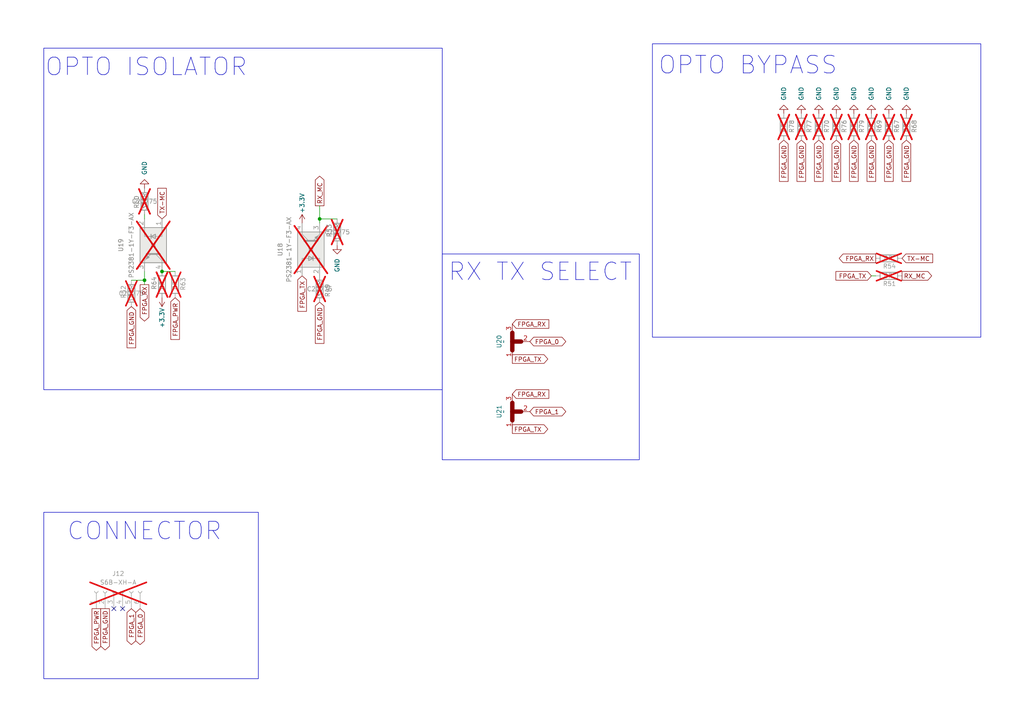
<source format=kicad_sch>
(kicad_sch
	(version 20250114)
	(generator "eeschema")
	(generator_version "9.0")
	(uuid "990e2f11-7c6e-48de-bef2-3c9ecd14fd22")
	(paper "A4")
	(title_block
		(title "TempMonitorV3.0")
		(date "2024-10-23")
		(rev "3.0")
		(company "ChipDesignSystems")
		(comment 1 "Desighned by : Lawrance Kiamilev")
	)
	(lib_symbols
		(symbol "Connector:Conn_01x06_Socket"
			(pin_names
				(offset 1.016)
				(hide yes)
			)
			(exclude_from_sim no)
			(in_bom yes)
			(on_board yes)
			(property "Reference" "J"
				(at 0 7.62 0)
				(effects
					(font
						(size 1.27 1.27)
					)
				)
			)
			(property "Value" "Conn_01x06_Socket"
				(at 0 -10.16 0)
				(effects
					(font
						(size 1.27 1.27)
					)
				)
			)
			(property "Footprint" ""
				(at 0 0 0)
				(effects
					(font
						(size 1.27 1.27)
					)
					(hide yes)
				)
			)
			(property "Datasheet" "~"
				(at 0 0 0)
				(effects
					(font
						(size 1.27 1.27)
					)
					(hide yes)
				)
			)
			(property "Description" "Generic connector, single row, 01x06, script generated"
				(at 0 0 0)
				(effects
					(font
						(size 1.27 1.27)
					)
					(hide yes)
				)
			)
			(property "ki_locked" ""
				(at 0 0 0)
				(effects
					(font
						(size 1.27 1.27)
					)
				)
			)
			(property "ki_keywords" "connector"
				(at 0 0 0)
				(effects
					(font
						(size 1.27 1.27)
					)
					(hide yes)
				)
			)
			(property "ki_fp_filters" "Connector*:*_1x??_*"
				(at 0 0 0)
				(effects
					(font
						(size 1.27 1.27)
					)
					(hide yes)
				)
			)
			(symbol "Conn_01x06_Socket_1_1"
				(polyline
					(pts
						(xy -1.27 5.08) (xy -0.508 5.08)
					)
					(stroke
						(width 0.1524)
						(type default)
					)
					(fill
						(type none)
					)
				)
				(polyline
					(pts
						(xy -1.27 2.54) (xy -0.508 2.54)
					)
					(stroke
						(width 0.1524)
						(type default)
					)
					(fill
						(type none)
					)
				)
				(polyline
					(pts
						(xy -1.27 0) (xy -0.508 0)
					)
					(stroke
						(width 0.1524)
						(type default)
					)
					(fill
						(type none)
					)
				)
				(polyline
					(pts
						(xy -1.27 -2.54) (xy -0.508 -2.54)
					)
					(stroke
						(width 0.1524)
						(type default)
					)
					(fill
						(type none)
					)
				)
				(polyline
					(pts
						(xy -1.27 -5.08) (xy -0.508 -5.08)
					)
					(stroke
						(width 0.1524)
						(type default)
					)
					(fill
						(type none)
					)
				)
				(polyline
					(pts
						(xy -1.27 -7.62) (xy -0.508 -7.62)
					)
					(stroke
						(width 0.1524)
						(type default)
					)
					(fill
						(type none)
					)
				)
				(arc
					(start 0 4.572)
					(mid -0.5058 5.08)
					(end 0 5.588)
					(stroke
						(width 0.1524)
						(type default)
					)
					(fill
						(type none)
					)
				)
				(arc
					(start 0 2.032)
					(mid -0.5058 2.54)
					(end 0 3.048)
					(stroke
						(width 0.1524)
						(type default)
					)
					(fill
						(type none)
					)
				)
				(arc
					(start 0 -0.508)
					(mid -0.5058 0)
					(end 0 0.508)
					(stroke
						(width 0.1524)
						(type default)
					)
					(fill
						(type none)
					)
				)
				(arc
					(start 0 -3.048)
					(mid -0.5058 -2.54)
					(end 0 -2.032)
					(stroke
						(width 0.1524)
						(type default)
					)
					(fill
						(type none)
					)
				)
				(arc
					(start 0 -5.588)
					(mid -0.5058 -5.08)
					(end 0 -4.572)
					(stroke
						(width 0.1524)
						(type default)
					)
					(fill
						(type none)
					)
				)
				(arc
					(start 0 -8.128)
					(mid -0.5058 -7.62)
					(end 0 -7.112)
					(stroke
						(width 0.1524)
						(type default)
					)
					(fill
						(type none)
					)
				)
				(pin passive line
					(at -5.08 5.08 0)
					(length 3.81)
					(name "Pin_1"
						(effects
							(font
								(size 1.27 1.27)
							)
						)
					)
					(number "1"
						(effects
							(font
								(size 1.27 1.27)
							)
						)
					)
				)
				(pin passive line
					(at -5.08 2.54 0)
					(length 3.81)
					(name "Pin_2"
						(effects
							(font
								(size 1.27 1.27)
							)
						)
					)
					(number "2"
						(effects
							(font
								(size 1.27 1.27)
							)
						)
					)
				)
				(pin passive line
					(at -5.08 0 0)
					(length 3.81)
					(name "Pin_3"
						(effects
							(font
								(size 1.27 1.27)
							)
						)
					)
					(number "3"
						(effects
							(font
								(size 1.27 1.27)
							)
						)
					)
				)
				(pin passive line
					(at -5.08 -2.54 0)
					(length 3.81)
					(name "Pin_4"
						(effects
							(font
								(size 1.27 1.27)
							)
						)
					)
					(number "4"
						(effects
							(font
								(size 1.27 1.27)
							)
						)
					)
				)
				(pin passive line
					(at -5.08 -5.08 0)
					(length 3.81)
					(name "Pin_5"
						(effects
							(font
								(size 1.27 1.27)
							)
						)
					)
					(number "5"
						(effects
							(font
								(size 1.27 1.27)
							)
						)
					)
				)
				(pin passive line
					(at -5.08 -7.62 0)
					(length 3.81)
					(name "Pin_6"
						(effects
							(font
								(size 1.27 1.27)
							)
						)
					)
					(number "6"
						(effects
							(font
								(size 1.27 1.27)
							)
						)
					)
				)
			)
			(embedded_fonts no)
		)
		(symbol "Device:R"
			(pin_numbers
				(hide yes)
			)
			(pin_names
				(offset 0)
			)
			(exclude_from_sim no)
			(in_bom yes)
			(on_board yes)
			(property "Reference" "R"
				(at 2.032 0 90)
				(effects
					(font
						(size 1.27 1.27)
					)
				)
			)
			(property "Value" "R"
				(at 0 0 90)
				(effects
					(font
						(size 1.27 1.27)
					)
				)
			)
			(property "Footprint" ""
				(at -1.778 0 90)
				(effects
					(font
						(size 1.27 1.27)
					)
					(hide yes)
				)
			)
			(property "Datasheet" "~"
				(at 0 0 0)
				(effects
					(font
						(size 1.27 1.27)
					)
					(hide yes)
				)
			)
			(property "Description" "Resistor"
				(at 0 0 0)
				(effects
					(font
						(size 1.27 1.27)
					)
					(hide yes)
				)
			)
			(property "ki_keywords" "R res resistor"
				(at 0 0 0)
				(effects
					(font
						(size 1.27 1.27)
					)
					(hide yes)
				)
			)
			(property "ki_fp_filters" "R_*"
				(at 0 0 0)
				(effects
					(font
						(size 1.27 1.27)
					)
					(hide yes)
				)
			)
			(symbol "R_0_1"
				(rectangle
					(start -1.016 -2.54)
					(end 1.016 2.54)
					(stroke
						(width 0.254)
						(type default)
					)
					(fill
						(type none)
					)
				)
			)
			(symbol "R_1_1"
				(pin passive line
					(at 0 3.81 270)
					(length 1.27)
					(name "~"
						(effects
							(font
								(size 1.27 1.27)
							)
						)
					)
					(number "1"
						(effects
							(font
								(size 1.27 1.27)
							)
						)
					)
				)
				(pin passive line
					(at 0 -3.81 90)
					(length 1.27)
					(name "~"
						(effects
							(font
								(size 1.27 1.27)
							)
						)
					)
					(number "2"
						(effects
							(font
								(size 1.27 1.27)
							)
						)
					)
				)
			)
			(embedded_fonts no)
		)
		(symbol "Isolator:TCMT1100"
			(pin_names
				(offset 1.016)
			)
			(exclude_from_sim no)
			(in_bom yes)
			(on_board yes)
			(property "Reference" "U"
				(at 0 5.08 0)
				(effects
					(font
						(size 1.27 1.27)
					)
				)
			)
			(property "Value" "TCMT1100"
				(at 0 -5.08 0)
				(effects
					(font
						(size 1.27 1.27)
					)
				)
			)
			(property "Footprint" "Package_SO:SOP-4_4.4x2.6mm_P1.27mm"
				(at 0 -7.62 0)
				(effects
					(font
						(size 1.27 1.27)
					)
					(hide yes)
				)
			)
			(property "Datasheet" "http://www.vishay.com/docs/83510/tcmt1100.pdf"
				(at 0 -1.27 0)
				(effects
					(font
						(size 1.27 1.27)
					)
					(justify left)
					(hide yes)
				)
			)
			(property "Description" "Optocoupler, Vce 70V, CTR 50-600%, Viso 3750V (RMS), SOP-4"
				(at 0 0 0)
				(effects
					(font
						(size 1.27 1.27)
					)
					(hide yes)
				)
			)
			(property "ki_keywords" "NPN DC opto"
				(at 0 0 0)
				(effects
					(font
						(size 1.27 1.27)
					)
					(hide yes)
				)
			)
			(property "ki_fp_filters" "SOP*4.4x2.6mm*P1.27mm*"
				(at 0 0 0)
				(effects
					(font
						(size 1.27 1.27)
					)
					(hide yes)
				)
			)
			(symbol "TCMT1100_1_1"
				(rectangle
					(start -5.08 3.81)
					(end 5.08 -3.81)
					(stroke
						(width 0.254)
						(type default)
					)
					(fill
						(type background)
					)
				)
				(polyline
					(pts
						(xy -5.08 2.54) (xy -2.54 2.54) (xy -2.54 -1.27) (xy -2.54 0.635)
					)
					(stroke
						(width 0)
						(type default)
					)
					(fill
						(type none)
					)
				)
				(polyline
					(pts
						(xy -3.175 -0.635) (xy -1.905 -0.635)
					)
					(stroke
						(width 0.254)
						(type default)
					)
					(fill
						(type none)
					)
				)
				(polyline
					(pts
						(xy -2.54 -0.635) (xy -2.54 -2.54) (xy -5.08 -2.54)
					)
					(stroke
						(width 0)
						(type default)
					)
					(fill
						(type none)
					)
				)
				(polyline
					(pts
						(xy -2.54 -0.635) (xy -3.175 0.635) (xy -1.905 0.635) (xy -2.54 -0.635)
					)
					(stroke
						(width 0.254)
						(type default)
					)
					(fill
						(type none)
					)
				)
				(polyline
					(pts
						(xy -0.508 0.508) (xy 0.762 0.508) (xy 0.381 0.381) (xy 0.381 0.635) (xy 0.762 0.508)
					)
					(stroke
						(width 0)
						(type default)
					)
					(fill
						(type none)
					)
				)
				(polyline
					(pts
						(xy -0.508 -0.508) (xy 0.762 -0.508) (xy 0.381 -0.635) (xy 0.381 -0.381) (xy 0.762 -0.508)
					)
					(stroke
						(width 0)
						(type default)
					)
					(fill
						(type none)
					)
				)
				(polyline
					(pts
						(xy 2.54 1.905) (xy 2.54 -1.905) (xy 2.54 -1.905)
					)
					(stroke
						(width 0.508)
						(type default)
					)
					(fill
						(type none)
					)
				)
				(polyline
					(pts
						(xy 2.54 0.635) (xy 4.445 2.54)
					)
					(stroke
						(width 0)
						(type default)
					)
					(fill
						(type none)
					)
				)
				(polyline
					(pts
						(xy 3.048 -1.651) (xy 3.556 -1.143) (xy 4.064 -2.159) (xy 3.048 -1.651) (xy 3.048 -1.651)
					)
					(stroke
						(width 0)
						(type default)
					)
					(fill
						(type outline)
					)
				)
				(polyline
					(pts
						(xy 4.445 2.54) (xy 5.08 2.54)
					)
					(stroke
						(width 0)
						(type default)
					)
					(fill
						(type none)
					)
				)
				(polyline
					(pts
						(xy 4.445 -2.54) (xy 2.54 -0.635)
					)
					(stroke
						(width 0)
						(type default)
					)
					(fill
						(type outline)
					)
				)
				(polyline
					(pts
						(xy 4.445 -2.54) (xy 5.08 -2.54)
					)
					(stroke
						(width 0)
						(type default)
					)
					(fill
						(type none)
					)
				)
				(pin passive line
					(at -7.62 2.54 0)
					(length 2.54)
					(name "~"
						(effects
							(font
								(size 1.27 1.27)
							)
						)
					)
					(number "1"
						(effects
							(font
								(size 1.27 1.27)
							)
						)
					)
				)
				(pin passive line
					(at -7.62 -2.54 0)
					(length 2.54)
					(name "~"
						(effects
							(font
								(size 1.27 1.27)
							)
						)
					)
					(number "2"
						(effects
							(font
								(size 1.27 1.27)
							)
						)
					)
				)
				(pin passive line
					(at 7.62 2.54 180)
					(length 2.54)
					(name "~"
						(effects
							(font
								(size 1.27 1.27)
							)
						)
					)
					(number "4"
						(effects
							(font
								(size 1.27 1.27)
							)
						)
					)
				)
				(pin passive line
					(at 7.62 -2.54 180)
					(length 2.54)
					(name "~"
						(effects
							(font
								(size 1.27 1.27)
							)
						)
					)
					(number "3"
						(effects
							(font
								(size 1.27 1.27)
							)
						)
					)
				)
			)
			(embedded_fonts no)
		)
		(symbol "power:+3.3V"
			(power)
			(pin_names
				(offset 0)
			)
			(exclude_from_sim no)
			(in_bom yes)
			(on_board yes)
			(property "Reference" "#PWR"
				(at 0 -3.81 0)
				(effects
					(font
						(size 1.27 1.27)
					)
					(hide yes)
				)
			)
			(property "Value" "+3.3V"
				(at 0 3.556 0)
				(effects
					(font
						(size 1.27 1.27)
					)
				)
			)
			(property "Footprint" ""
				(at 0 0 0)
				(effects
					(font
						(size 1.27 1.27)
					)
					(hide yes)
				)
			)
			(property "Datasheet" ""
				(at 0 0 0)
				(effects
					(font
						(size 1.27 1.27)
					)
					(hide yes)
				)
			)
			(property "Description" "Power symbol creates a global label with name \"+3.3V\""
				(at 0 0 0)
				(effects
					(font
						(size 1.27 1.27)
					)
					(hide yes)
				)
			)
			(property "ki_keywords" "global power"
				(at 0 0 0)
				(effects
					(font
						(size 1.27 1.27)
					)
					(hide yes)
				)
			)
			(symbol "+3.3V_0_1"
				(polyline
					(pts
						(xy -0.762 1.27) (xy 0 2.54)
					)
					(stroke
						(width 0)
						(type default)
					)
					(fill
						(type none)
					)
				)
				(polyline
					(pts
						(xy 0 2.54) (xy 0.762 1.27)
					)
					(stroke
						(width 0)
						(type default)
					)
					(fill
						(type none)
					)
				)
				(polyline
					(pts
						(xy 0 0) (xy 0 2.54)
					)
					(stroke
						(width 0)
						(type default)
					)
					(fill
						(type none)
					)
				)
			)
			(symbol "+3.3V_1_1"
				(pin power_in line
					(at 0 0 90)
					(length 0)
					(hide yes)
					(name "+3.3V"
						(effects
							(font
								(size 1.27 1.27)
							)
						)
					)
					(number "1"
						(effects
							(font
								(size 1.27 1.27)
							)
						)
					)
				)
			)
			(embedded_fonts no)
		)
		(symbol "power:GND"
			(power)
			(pin_names
				(offset 0)
			)
			(exclude_from_sim no)
			(in_bom yes)
			(on_board yes)
			(property "Reference" "#PWR"
				(at 0 -6.35 0)
				(effects
					(font
						(size 1.27 1.27)
					)
					(hide yes)
				)
			)
			(property "Value" "GND"
				(at 0 -3.81 0)
				(effects
					(font
						(size 1.27 1.27)
					)
				)
			)
			(property "Footprint" ""
				(at 0 0 0)
				(effects
					(font
						(size 1.27 1.27)
					)
					(hide yes)
				)
			)
			(property "Datasheet" ""
				(at 0 0 0)
				(effects
					(font
						(size 1.27 1.27)
					)
					(hide yes)
				)
			)
			(property "Description" "Power symbol creates a global label with name \"GND\" , ground"
				(at 0 0 0)
				(effects
					(font
						(size 1.27 1.27)
					)
					(hide yes)
				)
			)
			(property "ki_keywords" "global power"
				(at 0 0 0)
				(effects
					(font
						(size 1.27 1.27)
					)
					(hide yes)
				)
			)
			(symbol "GND_0_1"
				(polyline
					(pts
						(xy 0 0) (xy 0 -1.27) (xy 1.27 -1.27) (xy 0 -2.54) (xy -1.27 -1.27) (xy 0 -1.27)
					)
					(stroke
						(width 0)
						(type default)
					)
					(fill
						(type none)
					)
				)
			)
			(symbol "GND_1_1"
				(pin power_in line
					(at 0 0 270)
					(length 0)
					(hide yes)
					(name "GND"
						(effects
							(font
								(size 1.27 1.27)
							)
						)
					)
					(number "1"
						(effects
							(font
								(size 1.27 1.27)
							)
						)
					)
				)
			)
			(embedded_fonts no)
		)
		(symbol "user:NETTIE-3"
			(exclude_from_sim no)
			(in_bom yes)
			(on_board yes)
			(property "Reference" "U"
				(at 1.778 -2.032 0)
				(effects
					(font
						(size 1.27 1.27)
					)
				)
			)
			(property "Value" ""
				(at 0 0 0)
				(effects
					(font
						(size 1.27 1.27)
					)
				)
			)
			(property "Footprint" ""
				(at 0 0 0)
				(effects
					(font
						(size 1.27 1.27)
					)
					(hide yes)
				)
			)
			(property "Datasheet" ""
				(at 0 0 0)
				(effects
					(font
						(size 1.27 1.27)
					)
					(hide yes)
				)
			)
			(property "Description" ""
				(at 0 0 0)
				(effects
					(font
						(size 1.27 1.27)
					)
					(hide yes)
				)
			)
			(symbol "NETTIE-3_0_1"
				(polyline
					(pts
						(xy -2.54 0) (xy 2.54 0)
					)
					(stroke
						(width 1.27)
						(type default)
					)
					(fill
						(type none)
					)
				)
				(polyline
					(pts
						(xy 0 -2.54) (xy 0 0)
					)
					(stroke
						(width 1.27)
						(type default)
					)
					(fill
						(type none)
					)
				)
			)
			(symbol "NETTIE-3_1_1"
				(pin input line
					(at -5.08 0 0)
					(length 2.54)
					(name ""
						(effects
							(font
								(size 1.27 1.27)
							)
						)
					)
					(number "1"
						(effects
							(font
								(size 1.27 1.27)
							)
						)
					)
				)
				(pin input line
					(at 0 -5.08 90)
					(length 2.54)
					(name ""
						(effects
							(font
								(size 1.27 1.27)
							)
						)
					)
					(number "2"
						(effects
							(font
								(size 1.27 1.27)
							)
						)
					)
				)
				(pin input line
					(at 5.08 0 180)
					(length 2.54)
					(name ""
						(effects
							(font
								(size 1.27 1.27)
							)
						)
					)
					(number "3"
						(effects
							(font
								(size 1.27 1.27)
							)
						)
					)
				)
			)
			(embedded_fonts no)
		)
	)
	(rectangle
		(start 128.27 73.66)
		(end 185.42 133.35)
		(stroke
			(width 0)
			(type default)
		)
		(fill
			(type none)
		)
		(uuid 0858ff86-687c-495a-95a0-9cdc0966e36e)
	)
	(rectangle
		(start 12.7 13.97)
		(end 128.27 113.03)
		(stroke
			(width 0)
			(type default)
		)
		(fill
			(type none)
		)
		(uuid 2847240e-a8d6-4147-84c8-2b4ea12dc57c)
	)
	(rectangle
		(start 189.23 12.7)
		(end 284.48 97.79)
		(stroke
			(width 0)
			(type default)
		)
		(fill
			(type none)
		)
		(uuid a706dd94-7e3f-4836-a4f8-a937c91d8b67)
	)
	(rectangle
		(start 12.7 148.59)
		(end 74.93 196.85)
		(stroke
			(width 0)
			(type default)
		)
		(fill
			(type none)
		)
		(uuid cd983ac5-ca6e-4f3e-8136-630916372355)
	)
	(text "RX TX SELECT"
		(exclude_from_sim no)
		(at 156.718 78.994 0)
		(effects
			(font
				(size 5.08 5.08)
			)
		)
		(uuid "0c0dd9a5-7da3-42e2-b460-6c1766461b85")
	)
	(text "OPTO BYPASS"
		(exclude_from_sim no)
		(at 216.916 19.05 0)
		(effects
			(font
				(size 5.08 5.08)
			)
		)
		(uuid "30da8538-7969-4334-8888-825d277c9879")
	)
	(text "CONNECTOR"
		(exclude_from_sim no)
		(at 41.91 154.178 0)
		(effects
			(font
				(size 5.08 5.08)
			)
		)
		(uuid "c8495c9e-e3c1-4d3d-97c3-e8e8a1686a73")
	)
	(text "OPTO ISOLATOR"
		(exclude_from_sim no)
		(at 42.418 19.558 0)
		(effects
			(font
				(size 5.08 5.08)
			)
		)
		(uuid "dab5f964-5318-42cf-af0d-f7c27f89ba44")
	)
	(junction
		(at 41.91 81.28)
		(diameter 0)
		(color 0 0 0 0)
		(uuid "1aa00ca1-fa52-4d82-aaf8-86eda153165c")
	)
	(junction
		(at 92.71 63.5)
		(diameter 0)
		(color 0 0 0 0)
		(uuid "76d5b959-48a9-4124-8439-22dfc4826ff7")
	)
	(junction
		(at 46.99 78.74)
		(diameter 0)
		(color 0 0 0 0)
		(uuid "ea58dac2-630c-4b3a-9a08-8fd6b9c5a002")
	)
	(no_connect
		(at 33.02 176.53)
		(uuid "9c345273-dcc4-4193-b02f-66e84ef5c1cd")
	)
	(no_connect
		(at 35.56 176.53)
		(uuid "aa5e88f4-2b06-4dfd-8b08-7cdfd2bfde6b")
	)
	(wire
		(pts
			(xy 252.73 80.01) (xy 254 80.01)
		)
		(stroke
			(width 0)
			(type default)
		)
		(uuid "208daa5e-148d-4241-888b-b9e92cf69f86")
	)
	(wire
		(pts
			(xy 46.99 78.74) (xy 50.8 78.74)
		)
		(stroke
			(width 0)
			(type default)
		)
		(uuid "27ab431d-121d-488e-b69a-409659ba9d8a")
	)
	(wire
		(pts
			(xy 92.71 63.5) (xy 92.71 64.77)
		)
		(stroke
			(width 0)
			(type default)
		)
		(uuid "4dd4601c-95c7-443d-842b-e790a7c2cd75")
	)
	(wire
		(pts
			(xy 38.1 81.28) (xy 41.91 81.28)
		)
		(stroke
			(width 0)
			(type default)
		)
		(uuid "4e5311ef-5952-4f98-8acd-139ed9821fde")
	)
	(wire
		(pts
			(xy 92.71 59.69) (xy 92.71 63.5)
		)
		(stroke
			(width 0)
			(type default)
		)
		(uuid "555c5b83-6b04-425c-866f-03f7fbc9aba6")
	)
	(wire
		(pts
			(xy 41.91 62.23) (xy 41.91 63.5)
		)
		(stroke
			(width 0)
			(type default)
		)
		(uuid "6b35b56b-a868-4b61-a351-6e08bc27e7f1")
	)
	(wire
		(pts
			(xy 92.71 63.5) (xy 97.79 63.5)
		)
		(stroke
			(width 0)
			(type default)
		)
		(uuid "857719d0-bb53-40ea-99a5-de800cc55c0b")
	)
	(wire
		(pts
			(xy 41.91 78.74) (xy 41.91 81.28)
		)
		(stroke
			(width 0)
			(type default)
		)
		(uuid "e15517e2-d1a7-48e5-98c3-4b3879fe9e3b")
	)
	(wire
		(pts
			(xy 41.91 81.28) (xy 41.91 82.55)
		)
		(stroke
			(width 0)
			(type default)
		)
		(uuid "fa604616-2623-475f-9717-f932dd08a949")
	)
	(global_label "FPGA_1"
		(shape bidirectional)
		(at 38.1 176.53 270)
		(fields_autoplaced yes)
		(effects
			(font
				(size 1.27 1.27)
			)
			(justify right)
		)
		(uuid "057c3136-bf64-4927-85e6-f6676f0c2d41")
		(property "Intersheetrefs" "${INTERSHEET_REFS}"
			(at 38.1 187.5208 90)
			(effects
				(font
					(size 1.27 1.27)
				)
				(justify right)
				(hide yes)
			)
		)
		(property "Netclass" "UART"
			(at 40.2908 176.53 90)
			(effects
				(font
					(size 1.27 1.27)
				)
				(justify right)
				(hide yes)
			)
		)
	)
	(global_label "FPGA_RX"
		(shape output)
		(at 41.91 82.55 270)
		(fields_autoplaced yes)
		(effects
			(font
				(size 1.27 1.27)
			)
			(justify right)
		)
		(uuid "100ed614-522f-4bd4-9a25-a862fd652929")
		(property "Intersheetrefs" "${INTERSHEET_REFS}"
			(at 41.91 93.6995 90)
			(effects
				(font
					(size 1.27 1.27)
				)
				(justify right)
				(hide yes)
			)
		)
		(property "Netclass" "UART"
			(at 44.1008 82.55 90)
			(effects
				(font
					(size 1.27 1.27)
				)
				(justify right)
				(hide yes)
			)
		)
	)
	(global_label "FPGA_TX"
		(shape output)
		(at 148.59 124.46 0)
		(fields_autoplaced yes)
		(effects
			(font
				(size 1.27 1.27)
			)
			(justify left)
		)
		(uuid "238a6221-0a0f-4eba-ac74-dde6c26d5485")
		(property "Intersheetrefs" "${INTERSHEET_REFS}"
			(at 159.4371 124.46 0)
			(effects
				(font
					(size 1.27 1.27)
				)
				(justify left)
				(hide yes)
			)
		)
		(property "Netclass" "UART"
			(at 148.59 126.6508 0)
			(effects
				(font
					(size 1.27 1.27)
				)
				(justify left)
				(hide yes)
			)
		)
	)
	(global_label "FPGA_1"
		(shape bidirectional)
		(at 153.67 119.38 0)
		(fields_autoplaced yes)
		(effects
			(font
				(size 1.27 1.27)
			)
			(justify left)
		)
		(uuid "33b77d79-6e70-44f7-bb4f-a4c81f315c49")
		(property "Intersheetrefs" "${INTERSHEET_REFS}"
			(at 164.6608 119.38 0)
			(effects
				(font
					(size 1.27 1.27)
				)
				(justify left)
				(hide yes)
			)
		)
		(property "Netclass" "UART"
			(at 153.67 121.5708 0)
			(effects
				(font
					(size 1.27 1.27)
				)
				(justify left)
				(hide yes)
			)
		)
	)
	(global_label "FPGA_TX"
		(shape input)
		(at 252.73 80.01 180)
		(fields_autoplaced yes)
		(effects
			(font
				(size 1.27 1.27)
			)
			(justify right)
		)
		(uuid "38ee82ad-174a-4d78-ad43-6e6b9a49bf71")
		(property "Intersheetrefs" "${INTERSHEET_REFS}"
			(at 241.8829 80.01 0)
			(effects
				(font
					(size 1.27 1.27)
				)
				(justify right)
				(hide yes)
			)
		)
		(property "Netclass" "UART"
			(at 252.73 82.2008 0)
			(effects
				(font
					(size 1.27 1.27)
				)
				(justify right)
				(hide yes)
			)
		)
	)
	(global_label "FPGA_GND"
		(shape input)
		(at 252.73 40.64 270)
		(fields_autoplaced yes)
		(effects
			(font
				(size 1.27 1.27)
			)
			(justify right)
		)
		(uuid "40c20bcc-9f67-4fe7-86f1-dc087a6172cb")
		(property "Intersheetrefs" "${INTERSHEET_REFS}"
			(at 252.73 53.1805 90)
			(effects
				(font
					(size 1.27 1.27)
				)
				(justify right)
				(hide yes)
			)
		)
		(property "Netclass" "GND"
			(at 254.9208 40.64 90)
			(effects
				(font
					(size 1.27 1.27)
				)
				(justify right)
				(hide yes)
			)
		)
	)
	(global_label "FPGA_RX"
		(shape output)
		(at 254 74.93 180)
		(fields_autoplaced yes)
		(effects
			(font
				(size 1.27 1.27)
			)
			(justify right)
		)
		(uuid "4baff883-e2cc-4998-9d3a-b2e8c6d32e15")
		(property "Intersheetrefs" "${INTERSHEET_REFS}"
			(at 242.8505 74.93 0)
			(effects
				(font
					(size 1.27 1.27)
				)
				(justify right)
				(hide yes)
			)
		)
		(property "Netclass" "UART"
			(at 254 77.1208 0)
			(effects
				(font
					(size 1.27 1.27)
				)
				(justify right)
				(hide yes)
			)
		)
	)
	(global_label "FPGA_GND"
		(shape input)
		(at 92.71 87.63 270)
		(fields_autoplaced yes)
		(effects
			(font
				(size 1.27 1.27)
			)
			(justify right)
		)
		(uuid "4d0dc04e-db8b-490e-a2c8-ba2395d7c5fb")
		(property "Intersheetrefs" "${INTERSHEET_REFS}"
			(at 92.71 100.1705 90)
			(effects
				(font
					(size 1.27 1.27)
				)
				(justify right)
				(hide yes)
			)
		)
		(property "Netclass" "GND"
			(at 94.9008 87.63 90)
			(effects
				(font
					(size 1.27 1.27)
				)
				(justify right)
				(hide yes)
			)
		)
	)
	(global_label "FPGA_GND"
		(shape output)
		(at 30.48 176.53 270)
		(fields_autoplaced yes)
		(effects
			(font
				(size 1.27 1.27)
			)
			(justify right)
		)
		(uuid "4eefea24-c1aa-46fd-81ff-0de32c3b8140")
		(property "Intersheetrefs" "${INTERSHEET_REFS}"
			(at 30.48 189.0705 90)
			(effects
				(font
					(size 1.27 1.27)
				)
				(justify right)
				(hide yes)
			)
		)
		(property "Netclass" "GND"
			(at 32.6708 176.53 90)
			(effects
				(font
					(size 1.27 1.27)
				)
				(justify right)
				(hide yes)
			)
		)
	)
	(global_label "FPGA_TX"
		(shape output)
		(at 148.59 104.14 0)
		(fields_autoplaced yes)
		(effects
			(font
				(size 1.27 1.27)
			)
			(justify left)
		)
		(uuid "6b4d4ba0-308f-4894-80e6-a1fc8daa09b7")
		(property "Intersheetrefs" "${INTERSHEET_REFS}"
			(at 159.4371 104.14 0)
			(effects
				(font
					(size 1.27 1.27)
				)
				(justify left)
				(hide yes)
			)
		)
		(property "Netclass" "UART"
			(at 148.59 106.3308 0)
			(effects
				(font
					(size 1.27 1.27)
				)
				(justify left)
				(hide yes)
			)
		)
	)
	(global_label "TX-MC"
		(shape input)
		(at 46.99 63.5 90)
		(fields_autoplaced yes)
		(effects
			(font
				(size 1.27 1.27)
			)
			(justify left)
		)
		(uuid "791c3086-687a-4ff7-8931-1bcd83cf956d")
		(property "Intersheetrefs" "${INTERSHEET_REFS}"
			(at 46.99 54.0439 90)
			(effects
				(font
					(size 1.27 1.27)
				)
				(justify left)
				(hide yes)
			)
		)
		(property "Netclass" "UART"
			(at 49.1808 63.5 90)
			(effects
				(font
					(size 1.27 1.27)
				)
				(justify left)
				(hide yes)
			)
		)
	)
	(global_label "FPGA_GND"
		(shape input)
		(at 232.41 40.64 270)
		(fields_autoplaced yes)
		(effects
			(font
				(size 1.27 1.27)
			)
			(justify right)
		)
		(uuid "7e97d10c-d9d0-4190-9f11-fbed1926ef76")
		(property "Intersheetrefs" "${INTERSHEET_REFS}"
			(at 232.41 53.1805 90)
			(effects
				(font
					(size 1.27 1.27)
				)
				(justify right)
				(hide yes)
			)
		)
		(property "Netclass" "GND"
			(at 234.6008 40.64 90)
			(effects
				(font
					(size 1.27 1.27)
				)
				(justify right)
				(hide yes)
			)
		)
	)
	(global_label "FPGA_GND"
		(shape input)
		(at 257.81 40.64 270)
		(fields_autoplaced yes)
		(effects
			(font
				(size 1.27 1.27)
			)
			(justify right)
		)
		(uuid "929bc241-3a55-48dc-af6b-e4f247619b2d")
		(property "Intersheetrefs" "${INTERSHEET_REFS}"
			(at 257.81 53.1805 90)
			(effects
				(font
					(size 1.27 1.27)
				)
				(justify right)
				(hide yes)
			)
		)
		(property "Netclass" "GND"
			(at 260.0008 40.64 90)
			(effects
				(font
					(size 1.27 1.27)
				)
				(justify right)
				(hide yes)
			)
		)
	)
	(global_label "FPGA_PWR"
		(shape output)
		(at 27.94 176.53 270)
		(fields_autoplaced yes)
		(effects
			(font
				(size 1.27 1.27)
			)
			(justify right)
		)
		(uuid "9605b830-cd9a-475d-ae4c-e6f2c69cd0ab")
		(property "Intersheetrefs" "${INTERSHEET_REFS}"
			(at 27.94 189.1914 90)
			(effects
				(font
					(size 1.27 1.27)
				)
				(justify right)
				(hide yes)
			)
		)
		(property "Netclass" "PWR"
			(at 30.1308 176.53 90)
			(effects
				(font
					(size 1.27 1.27)
				)
				(justify right)
				(hide yes)
			)
		)
	)
	(global_label "FPGA_GND"
		(shape input)
		(at 38.1 88.9 270)
		(fields_autoplaced yes)
		(effects
			(font
				(size 1.27 1.27)
			)
			(justify right)
		)
		(uuid "99df9573-858c-4a1f-92d6-d621601cab79")
		(property "Intersheetrefs" "${INTERSHEET_REFS}"
			(at 38.1 101.4405 90)
			(effects
				(font
					(size 1.27 1.27)
				)
				(justify right)
				(hide yes)
			)
		)
		(property "Netclass" "GND"
			(at 40.2908 88.9 90)
			(effects
				(font
					(size 1.27 1.27)
				)
				(justify right)
				(hide yes)
			)
		)
	)
	(global_label "FPGA_GND"
		(shape input)
		(at 237.49 40.64 270)
		(fields_autoplaced yes)
		(effects
			(font
				(size 1.27 1.27)
			)
			(justify right)
		)
		(uuid "9a7c85cf-466f-4554-8b63-f65ed8029a44")
		(property "Intersheetrefs" "${INTERSHEET_REFS}"
			(at 237.49 53.1805 90)
			(effects
				(font
					(size 1.27 1.27)
				)
				(justify right)
				(hide yes)
			)
		)
		(property "Netclass" "GND"
			(at 239.6808 40.64 90)
			(effects
				(font
					(size 1.27 1.27)
				)
				(justify right)
				(hide yes)
			)
		)
	)
	(global_label "FPGA_GND"
		(shape input)
		(at 242.57 40.64 270)
		(fields_autoplaced yes)
		(effects
			(font
				(size 1.27 1.27)
			)
			(justify right)
		)
		(uuid "ba799b54-4ac3-4a56-ad19-b8970d4bf355")
		(property "Intersheetrefs" "${INTERSHEET_REFS}"
			(at 242.57 53.1805 90)
			(effects
				(font
					(size 1.27 1.27)
				)
				(justify right)
				(hide yes)
			)
		)
		(property "Netclass" "GND"
			(at 244.7608 40.64 90)
			(effects
				(font
					(size 1.27 1.27)
				)
				(justify right)
				(hide yes)
			)
		)
	)
	(global_label "TX-MC"
		(shape input)
		(at 261.62 74.93 0)
		(fields_autoplaced yes)
		(effects
			(font
				(size 1.27 1.27)
			)
			(justify left)
		)
		(uuid "c4d58ccb-c8ca-4a70-9667-936b889c1fdd")
		(property "Intersheetrefs" "${INTERSHEET_REFS}"
			(at 271.0761 74.93 0)
			(effects
				(font
					(size 1.27 1.27)
				)
				(justify left)
				(hide yes)
			)
		)
		(property "Netclass" "UART"
			(at 261.62 77.1208 0)
			(effects
				(font
					(size 1.27 1.27)
				)
				(justify left)
				(hide yes)
			)
		)
	)
	(global_label "FPGA_TX"
		(shape input)
		(at 87.63 80.01 270)
		(fields_autoplaced yes)
		(effects
			(font
				(size 1.27 1.27)
			)
			(justify right)
		)
		(uuid "cd4b3064-d0ad-4c86-86dc-a2be881b460b")
		(property "Intersheetrefs" "${INTERSHEET_REFS}"
			(at 87.63 90.8571 90)
			(effects
				(font
					(size 1.27 1.27)
				)
				(justify right)
				(hide yes)
			)
		)
		(property "Netclass" "UART"
			(at 89.8208 80.01 90)
			(effects
				(font
					(size 1.27 1.27)
				)
				(justify right)
				(hide yes)
			)
		)
	)
	(global_label "FPGA_0"
		(shape bidirectional)
		(at 153.67 99.06 0)
		(fields_autoplaced yes)
		(effects
			(font
				(size 1.27 1.27)
			)
			(justify left)
		)
		(uuid "cf900796-cfcc-4f09-aff3-4bb2e72df599")
		(property "Intersheetrefs" "${INTERSHEET_REFS}"
			(at 164.6608 99.06 0)
			(effects
				(font
					(size 1.27 1.27)
				)
				(justify left)
				(hide yes)
			)
		)
		(property "Netclass" "UART"
			(at 153.67 101.2508 0)
			(effects
				(font
					(size 1.27 1.27)
				)
				(justify left)
				(hide yes)
			)
		)
	)
	(global_label "FPGA_0"
		(shape bidirectional)
		(at 40.64 176.53 270)
		(fields_autoplaced yes)
		(effects
			(font
				(size 1.27 1.27)
			)
			(justify right)
		)
		(uuid "d090e804-4968-4f0f-96c9-14123b389894")
		(property "Intersheetrefs" "${INTERSHEET_REFS}"
			(at 40.64 187.5208 90)
			(effects
				(font
					(size 1.27 1.27)
				)
				(justify right)
				(hide yes)
			)
		)
		(property "Netclass" "UART"
			(at 42.8308 176.53 90)
			(effects
				(font
					(size 1.27 1.27)
				)
				(justify right)
				(hide yes)
			)
		)
	)
	(global_label "FPGA_GND"
		(shape input)
		(at 227.33 40.64 270)
		(fields_autoplaced yes)
		(effects
			(font
				(size 1.27 1.27)
			)
			(justify right)
		)
		(uuid "d8f8b21d-dbeb-4cb7-b6e2-3aba8012e42a")
		(property "Intersheetrefs" "${INTERSHEET_REFS}"
			(at 227.33 53.1805 90)
			(effects
				(font
					(size 1.27 1.27)
				)
				(justify right)
				(hide yes)
			)
		)
		(property "Netclass" "GND"
			(at 229.5208 40.64 90)
			(effects
				(font
					(size 1.27 1.27)
				)
				(justify right)
				(hide yes)
			)
		)
	)
	(global_label "FPGA_GND"
		(shape input)
		(at 247.65 40.64 270)
		(fields_autoplaced yes)
		(effects
			(font
				(size 1.27 1.27)
			)
			(justify right)
		)
		(uuid "de278e6b-cb67-4372-87a6-afa4b5a6b0ac")
		(property "Intersheetrefs" "${INTERSHEET_REFS}"
			(at 247.65 53.1805 90)
			(effects
				(font
					(size 1.27 1.27)
				)
				(justify right)
				(hide yes)
			)
		)
		(property "Netclass" "GND"
			(at 249.8408 40.64 90)
			(effects
				(font
					(size 1.27 1.27)
				)
				(justify right)
				(hide yes)
			)
		)
	)
	(global_label "RX_MC"
		(shape output)
		(at 92.71 59.69 90)
		(fields_autoplaced yes)
		(effects
			(font
				(size 1.27 1.27)
			)
			(justify left)
		)
		(uuid "e423d761-d8a7-4861-b8b9-c1e639e1c5b3")
		(property "Intersheetrefs" "${INTERSHEET_REFS}"
			(at 92.71 50.5363 90)
			(effects
				(font
					(size 1.27 1.27)
				)
				(justify left)
				(hide yes)
			)
		)
		(property "Netclass" "UART"
			(at 94.9008 59.69 90)
			(effects
				(font
					(size 1.27 1.27)
				)
				(justify left)
				(hide yes)
			)
		)
	)
	(global_label "FPGA_RX"
		(shape input)
		(at 148.59 93.98 0)
		(fields_autoplaced yes)
		(effects
			(font
				(size 1.27 1.27)
			)
			(justify left)
		)
		(uuid "e4bcb2c3-3f02-42d4-aa63-0d2d856e58de")
		(property "Intersheetrefs" "${INTERSHEET_REFS}"
			(at 159.7395 93.98 0)
			(effects
				(font
					(size 1.27 1.27)
				)
				(justify left)
				(hide yes)
			)
		)
		(property "Netclass" "UART"
			(at 148.59 96.1708 0)
			(effects
				(font
					(size 1.27 1.27)
				)
				(justify left)
				(hide yes)
			)
		)
	)
	(global_label "FPGA_GND"
		(shape input)
		(at 262.89 40.64 270)
		(fields_autoplaced yes)
		(effects
			(font
				(size 1.27 1.27)
			)
			(justify right)
		)
		(uuid "e503f2fd-6573-4712-b35d-7beef8131016")
		(property "Intersheetrefs" "${INTERSHEET_REFS}"
			(at 262.89 53.1805 90)
			(effects
				(font
					(size 1.27 1.27)
				)
				(justify right)
				(hide yes)
			)
		)
		(property "Netclass" "GND"
			(at 265.0808 40.64 90)
			(effects
				(font
					(size 1.27 1.27)
				)
				(justify right)
				(hide yes)
			)
		)
	)
	(global_label "FPGA_PWR"
		(shape input)
		(at 50.8 86.36 270)
		(fields_autoplaced yes)
		(effects
			(font
				(size 1.27 1.27)
			)
			(justify right)
		)
		(uuid "e9ab8cdf-92d4-4d54-861d-fb497b6d944f")
		(property "Intersheetrefs" "${INTERSHEET_REFS}"
			(at 50.8 99.0214 90)
			(effects
				(font
					(size 1.27 1.27)
				)
				(justify right)
				(hide yes)
			)
		)
		(property "Netclass" "PWR"
			(at 52.9908 86.36 90)
			(effects
				(font
					(size 1.27 1.27)
				)
				(justify right)
				(hide yes)
			)
		)
	)
	(global_label "RX_MC"
		(shape output)
		(at 261.62 80.01 0)
		(fields_autoplaced yes)
		(effects
			(font
				(size 1.27 1.27)
			)
			(justify left)
		)
		(uuid "f746bbaf-4077-44f7-96db-004af2d2a6a6")
		(property "Intersheetrefs" "${INTERSHEET_REFS}"
			(at 270.7737 80.01 0)
			(effects
				(font
					(size 1.27 1.27)
				)
				(justify left)
				(hide yes)
			)
		)
		(property "Netclass" "UART"
			(at 261.62 82.2008 0)
			(effects
				(font
					(size 1.27 1.27)
				)
				(justify left)
				(hide yes)
			)
		)
	)
	(global_label "FPGA_RX"
		(shape input)
		(at 148.59 114.3 0)
		(fields_autoplaced yes)
		(effects
			(font
				(size 1.27 1.27)
			)
			(justify left)
		)
		(uuid "fad56e85-b160-44cd-a016-c4158b0080a2")
		(property "Intersheetrefs" "${INTERSHEET_REFS}"
			(at 159.7395 114.3 0)
			(effects
				(font
					(size 1.27 1.27)
				)
				(justify left)
				(hide yes)
			)
		)
		(property "Netclass" "UART"
			(at 148.59 116.4908 0)
			(effects
				(font
					(size 1.27 1.27)
				)
				(justify left)
				(hide yes)
			)
		)
	)
	(symbol
		(lib_id "power:GND")
		(at 227.33 33.02 180)
		(unit 1)
		(exclude_from_sim yes)
		(in_bom yes)
		(on_board yes)
		(dnp no)
		(fields_autoplaced yes)
		(uuid "2fce4518-21fd-415a-853d-8eb5a66718dd")
		(property "Reference" "#PWR0139"
			(at 227.33 26.67 0)
			(effects
				(font
					(size 1.27 1.27)
				)
				(hide yes)
			)
		)
		(property "Value" "GND"
			(at 227.3299 29.21 90)
			(effects
				(font
					(size 1.27 1.27)
				)
				(justify right)
			)
		)
		(property "Footprint" ""
			(at 227.33 33.02 0)
			(effects
				(font
					(size 1.27 1.27)
				)
				(hide yes)
			)
		)
		(property "Datasheet" ""
			(at 227.33 33.02 0)
			(effects
				(font
					(size 1.27 1.27)
				)
				(hide yes)
			)
		)
		(property "Description" ""
			(at 227.33 33.02 0)
			(effects
				(font
					(size 1.27 1.27)
				)
				(hide yes)
			)
		)
		(pin "1"
			(uuid "0697de00-c83d-4cbb-8456-217463c28d4a")
		)
		(instances
			(project "TempMonitorLakeshoreOnly"
				(path "/5bc95d03-3d49-4a22-95a5-f7a33450fd02/9bb936bd-aeac-4c44-9f5f-5dd9b2195004"
					(reference "#PWR0139")
					(unit 1)
				)
			)
		)
	)
	(symbol
		(lib_id "Device:R")
		(at 232.41 36.83 0)
		(unit 1)
		(exclude_from_sim yes)
		(in_bom yes)
		(on_board yes)
		(dnp yes)
		(uuid "31efd164-e2ee-4a7c-8034-141584d013fd")
		(property "Reference" "R77"
			(at 234.696 38.608 90)
			(effects
				(font
					(size 1.27 1.27)
				)
				(justify left)
			)
		)
		(property "Value" "0R"
			(at 232.41 38.354 90)
			(effects
				(font
					(size 1.27 1.27)
				)
				(justify left)
			)
		)
		(property "Footprint" "Resistor_SMD:R_0805_2012Metric_Pad1.20x1.40mm_HandSolder"
			(at 230.632 36.83 90)
			(effects
				(font
					(size 1.27 1.27)
				)
				(hide yes)
			)
		)
		(property "Datasheet" "https://mm.digikey.com/Volume0/opasdata/d220001/medias/docus/6222/D1TFA%20Series.pdf"
			(at 232.41 36.83 0)
			(effects
				(font
					(size 1.27 1.27)
				)
				(hide yes)
			)
		)
		(property "Description" "RES 0 OHM JUMPER 1% 1/8W 0805"
			(at 232.41 36.83 0)
			(effects
				(font
					(size 1.27 1.27)
				)
				(hide yes)
			)
		)
		(property "Prt#" "D1TFA0805WJUMPF-T5"
			(at 232.41 36.83 0)
			(effects
				(font
					(size 1.27 1.27)
				)
				(hide yes)
			)
		)
		(property "digikey" "https://www.digikey.com/en/products/detail/thin-film-technology-corp/D1TFA0805WJUMPF-T5/23598486"
			(at 232.41 36.83 0)
			(effects
				(font
					(size 1.27 1.27)
				)
				(hide yes)
			)
		)
		(property "JLC part #" ""
			(at 232.41 36.83 0)
			(effects
				(font
					(size 1.27 1.27)
				)
			)
		)
		(property "Sim.Device" ""
			(at 232.41 36.83 0)
			(effects
				(font
					(size 1.27 1.27)
				)
			)
		)
		(property "Sim.Params" ""
			(at 232.41 36.83 0)
			(effects
				(font
					(size 1.27 1.27)
				)
			)
		)
		(property "Sim.Pins" ""
			(at 232.41 36.83 0)
			(effects
				(font
					(size 1.27 1.27)
				)
			)
		)
		(property "Sim.Type" ""
			(at 232.41 36.83 0)
			(effects
				(font
					(size 1.27 1.27)
				)
			)
		)
		(pin "1"
			(uuid "80795066-b861-4308-afbb-43b1490c4d45")
		)
		(pin "2"
			(uuid "e4ef56bb-d27a-4bce-a324-d9bd60baa385")
		)
		(instances
			(project "TempMonitorLakeshoreOnly"
				(path "/5bc95d03-3d49-4a22-95a5-f7a33450fd02/9bb936bd-aeac-4c44-9f5f-5dd9b2195004"
					(reference "R77")
					(unit 1)
				)
			)
		)
	)
	(symbol
		(lib_id "Connector:Conn_01x06_Socket")
		(at 33.02 171.45 90)
		(unit 1)
		(exclude_from_sim yes)
		(in_bom yes)
		(on_board yes)
		(dnp yes)
		(fields_autoplaced yes)
		(uuid "3421466f-51dc-4c8a-8df4-359c31e29a84")
		(property "Reference" "J12"
			(at 34.29 166.37 90)
			(effects
				(font
					(size 1.27 1.27)
				)
			)
		)
		(property "Value" "S6B-XH-A"
			(at 34.29 168.91 90)
			(effects
				(font
					(size 1.27 1.27)
				)
			)
		)
		(property "Footprint" "Connector_JST:JST_EH_S6B-EH_1x06_P2.50mm_Horizontal"
			(at 33.02 171.45 0)
			(effects
				(font
					(size 1.27 1.27)
				)
				(hide yes)
			)
		)
		(property "Datasheet" "https://www.jst-mfg.com/product/pdf/eng/eXH.pdf"
			(at 33.02 171.45 0)
			(effects
				(font
					(size 1.27 1.27)
				)
				(hide yes)
			)
		)
		(property "Description" "CONN HEADER R/A 6POS 2.5MM"
			(at 33.02 171.45 0)
			(effects
				(font
					(size 1.27 1.27)
				)
				(hide yes)
			)
		)
		(property "digikey" "https://www.digikey.com/en/products/detail/jst-sales-america-inc/S6B-XH-A/1651034"
			(at 33.02 171.45 90)
			(effects
				(font
					(size 1.27 1.27)
				)
				(hide yes)
			)
		)
		(property "Prt#" "S6B-XH-A"
			(at 33.02 171.45 0)
			(effects
				(font
					(size 1.27 1.27)
				)
				(hide yes)
			)
		)
		(property "JLC part #" ""
			(at 33.02 171.45 0)
			(effects
				(font
					(size 1.27 1.27)
				)
			)
		)
		(property "Sim.Device" ""
			(at 33.02 171.45 0)
			(effects
				(font
					(size 1.27 1.27)
				)
			)
		)
		(property "Sim.Params" ""
			(at 33.02 171.45 0)
			(effects
				(font
					(size 1.27 1.27)
				)
			)
		)
		(property "Sim.Pins" ""
			(at 33.02 171.45 0)
			(effects
				(font
					(size 1.27 1.27)
				)
			)
		)
		(property "Sim.Type" ""
			(at 33.02 171.45 0)
			(effects
				(font
					(size 1.27 1.27)
				)
			)
		)
		(pin "5"
			(uuid "db3aeae8-bf2f-4715-9a5b-2f8ec0d585f6")
		)
		(pin "6"
			(uuid "1b1e2b3a-aa8b-451e-b977-950140c5ae1c")
		)
		(pin "3"
			(uuid "fa230be6-c877-45a4-a436-1e14b159a867")
		)
		(pin "4"
			(uuid "107f16d1-7cde-463a-9783-882729860d1d")
		)
		(pin "2"
			(uuid "4b1e1d85-eff7-4b2a-b4f7-b3b4d8e984ba")
		)
		(pin "1"
			(uuid "e90f4c3f-f697-4621-8fe7-18bc0484cece")
		)
		(instances
			(project "TempMonitorLakeshoreOnly"
				(path "/5bc95d03-3d49-4a22-95a5-f7a33450fd02/9bb936bd-aeac-4c44-9f5f-5dd9b2195004"
					(reference "J12")
					(unit 1)
				)
			)
		)
	)
	(symbol
		(lib_id "power:+3.3V")
		(at 87.63 64.77 0)
		(unit 1)
		(exclude_from_sim yes)
		(in_bom yes)
		(on_board yes)
		(dnp no)
		(uuid "3bd144e5-e135-4cdd-ad8b-626181ed4394")
		(property "Reference" "#PWR0129"
			(at 87.63 68.58 0)
			(effects
				(font
					(size 1.27 1.27)
				)
				(hide yes)
			)
		)
		(property "Value" "+3.3V"
			(at 87.63 58.928 90)
			(effects
				(font
					(size 1.27 1.27)
				)
			)
		)
		(property "Footprint" ""
			(at 87.63 64.77 0)
			(effects
				(font
					(size 1.27 1.27)
				)
				(hide yes)
			)
		)
		(property "Datasheet" ""
			(at 87.63 64.77 0)
			(effects
				(font
					(size 1.27 1.27)
				)
				(hide yes)
			)
		)
		(property "Description" ""
			(at 87.63 64.77 0)
			(effects
				(font
					(size 1.27 1.27)
				)
				(hide yes)
			)
		)
		(pin "1"
			(uuid "268534f2-37d7-4332-8aa7-787147e9a676")
		)
		(instances
			(project "TempMonitorLakeshoreOnly"
				(path "/5bc95d03-3d49-4a22-95a5-f7a33450fd02/9bb936bd-aeac-4c44-9f5f-5dd9b2195004"
					(reference "#PWR0129")
					(unit 1)
				)
			)
		)
	)
	(symbol
		(lib_id "power:GND")
		(at 237.49 33.02 180)
		(unit 1)
		(exclude_from_sim yes)
		(in_bom yes)
		(on_board yes)
		(dnp no)
		(fields_autoplaced yes)
		(uuid "3ca5a225-8aa8-41b5-9128-089865fa79c3")
		(property "Reference" "#PWR0123"
			(at 237.49 26.67 0)
			(effects
				(font
					(size 1.27 1.27)
				)
				(hide yes)
			)
		)
		(property "Value" "GND"
			(at 237.4899 29.21 90)
			(effects
				(font
					(size 1.27 1.27)
				)
				(justify right)
			)
		)
		(property "Footprint" ""
			(at 237.49 33.02 0)
			(effects
				(font
					(size 1.27 1.27)
				)
				(hide yes)
			)
		)
		(property "Datasheet" ""
			(at 237.49 33.02 0)
			(effects
				(font
					(size 1.27 1.27)
				)
				(hide yes)
			)
		)
		(property "Description" ""
			(at 237.49 33.02 0)
			(effects
				(font
					(size 1.27 1.27)
				)
				(hide yes)
			)
		)
		(pin "1"
			(uuid "8a35f844-659f-4bba-91db-67d61aa6a3ed")
		)
		(instances
			(project "TempMonitorLakeshoreOnly"
				(path "/5bc95d03-3d49-4a22-95a5-f7a33450fd02/9bb936bd-aeac-4c44-9f5f-5dd9b2195004"
					(reference "#PWR0123")
					(unit 1)
				)
			)
		)
	)
	(symbol
		(lib_id "Isolator:TCMT1100")
		(at 44.45 71.12 270)
		(unit 1)
		(exclude_from_sim yes)
		(in_bom yes)
		(on_board yes)
		(dnp yes)
		(uuid "3f4b7b1e-9d90-4c25-88ef-9beca897f318")
		(property "Reference" "U19"
			(at 35.052 71.12 0)
			(effects
				(font
					(size 1.27 1.27)
				)
			)
		)
		(property "Value" "PS2381-1Y-F3-AX"
			(at 38.1 71.12 0)
			(effects
				(font
					(size 1.27 1.27)
				)
			)
		)
		(property "Footprint" "LawranceUserLib:LSOP-4 (2.54mm)"
			(at 36.83 71.12 0)
			(effects
				(font
					(size 1.27 1.27)
				)
				(hide yes)
			)
		)
		(property "Datasheet" "https://www.renesas.com/en/document/dst/ps2381-1-data-sheet"
			(at 43.18 71.12 0)
			(effects
				(font
					(size 1.27 1.27)
				)
				(justify left)
				(hide yes)
			)
		)
		(property "Description" "Optoisolator Transistor Output 5000Vrms 1 Channel 4-LSOP (2.54mm)"
			(at 44.45 71.12 0)
			(effects
				(font
					(size 1.27 1.27)
				)
				(hide yes)
			)
		)
		(property "digikey" "https://www.digikey.com/en/products/detail/renesas-electronics-corporation/PS2381-1Y-F3-AX/9564891"
			(at 44.45 71.12 0)
			(effects
				(font
					(size 1.27 1.27)
				)
				(hide yes)
			)
		)
		(property "Prt#" "PS2381-1Y-F3-AX"
			(at 44.45 71.12 0)
			(effects
				(font
					(size 1.27 1.27)
				)
				(hide yes)
			)
		)
		(property "JLC part #" ""
			(at 44.45 71.12 0)
			(effects
				(font
					(size 1.27 1.27)
				)
			)
		)
		(property "Sim.Device" ""
			(at 44.45 71.12 0)
			(effects
				(font
					(size 1.27 1.27)
				)
			)
		)
		(property "Sim.Params" ""
			(at 44.45 71.12 0)
			(effects
				(font
					(size 1.27 1.27)
				)
			)
		)
		(property "Sim.Pins" ""
			(at 44.45 71.12 0)
			(effects
				(font
					(size 1.27 1.27)
				)
			)
		)
		(property "Sim.Type" ""
			(at 44.45 71.12 0)
			(effects
				(font
					(size 1.27 1.27)
				)
			)
		)
		(pin "2"
			(uuid "da63e087-e1b6-42c0-8fa0-dd03d3566ac3")
		)
		(pin "1"
			(uuid "9f9f69aa-dead-438a-86e6-5ab3344530d0")
		)
		(pin "3"
			(uuid "1788a8dd-b25e-45a5-8f06-aa5c2fd444c2")
		)
		(pin "4"
			(uuid "8b7f417b-090b-491e-9a8f-b94c08e955ee")
		)
		(instances
			(project "TempMonitorLakeshoreOnly"
				(path "/5bc95d03-3d49-4a22-95a5-f7a33450fd02/9bb936bd-aeac-4c44-9f5f-5dd9b2195004"
					(reference "U19")
					(unit 1)
				)
			)
		)
	)
	(symbol
		(lib_id "Device:R")
		(at 242.57 36.83 0)
		(unit 1)
		(exclude_from_sim yes)
		(in_bom yes)
		(on_board yes)
		(dnp yes)
		(uuid "400d2d24-7227-411f-b5e8-c3758b39ca7c")
		(property "Reference" "R76"
			(at 244.856 38.608 90)
			(effects
				(font
					(size 1.27 1.27)
				)
				(justify left)
			)
		)
		(property "Value" "0R"
			(at 242.57 38.354 90)
			(effects
				(font
					(size 1.27 1.27)
				)
				(justify left)
			)
		)
		(property "Footprint" "Resistor_SMD:R_0805_2012Metric_Pad1.20x1.40mm_HandSolder"
			(at 240.792 36.83 90)
			(effects
				(font
					(size 1.27 1.27)
				)
				(hide yes)
			)
		)
		(property "Datasheet" "https://mm.digikey.com/Volume0/opasdata/d220001/medias/docus/6222/D1TFA%20Series.pdf"
			(at 242.57 36.83 0)
			(effects
				(font
					(size 1.27 1.27)
				)
				(hide yes)
			)
		)
		(property "Description" "RES 0 OHM JUMPER 1% 1/8W 0805"
			(at 242.57 36.83 0)
			(effects
				(font
					(size 1.27 1.27)
				)
				(hide yes)
			)
		)
		(property "Prt#" "D1TFA0805WJUMPF-T5"
			(at 242.57 36.83 0)
			(effects
				(font
					(size 1.27 1.27)
				)
				(hide yes)
			)
		)
		(property "digikey" "https://www.digikey.com/en/products/detail/thin-film-technology-corp/D1TFA0805WJUMPF-T5/23598486"
			(at 242.57 36.83 0)
			(effects
				(font
					(size 1.27 1.27)
				)
				(hide yes)
			)
		)
		(property "JLC part #" ""
			(at 242.57 36.83 0)
			(effects
				(font
					(size 1.27 1.27)
				)
			)
		)
		(property "Sim.Device" ""
			(at 242.57 36.83 0)
			(effects
				(font
					(size 1.27 1.27)
				)
			)
		)
		(property "Sim.Params" ""
			(at 242.57 36.83 0)
			(effects
				(font
					(size 1.27 1.27)
				)
			)
		)
		(property "Sim.Pins" ""
			(at 242.57 36.83 0)
			(effects
				(font
					(size 1.27 1.27)
				)
			)
		)
		(property "Sim.Type" ""
			(at 242.57 36.83 0)
			(effects
				(font
					(size 1.27 1.27)
				)
			)
		)
		(pin "1"
			(uuid "68e42a2e-5ded-4d9f-b44d-f38eacb4679f")
		)
		(pin "2"
			(uuid "8f3e1822-e902-41f0-86dc-199382d72780")
		)
		(instances
			(project "TempMonitorLakeshoreOnly"
				(path "/5bc95d03-3d49-4a22-95a5-f7a33450fd02/9bb936bd-aeac-4c44-9f5f-5dd9b2195004"
					(reference "R76")
					(unit 1)
				)
			)
		)
	)
	(symbol
		(lib_id "Device:R")
		(at 262.89 36.83 0)
		(unit 1)
		(exclude_from_sim yes)
		(in_bom yes)
		(on_board yes)
		(dnp yes)
		(uuid "43da350e-038b-45bf-92fb-d64812debccd")
		(property "Reference" "R68"
			(at 265.176 38.608 90)
			(effects
				(font
					(size 1.27 1.27)
				)
				(justify left)
			)
		)
		(property "Value" "0R"
			(at 262.89 38.354 90)
			(effects
				(font
					(size 1.27 1.27)
				)
				(justify left)
			)
		)
		(property "Footprint" "Resistor_SMD:R_0805_2012Metric_Pad1.20x1.40mm_HandSolder"
			(at 261.112 36.83 90)
			(effects
				(font
					(size 1.27 1.27)
				)
				(hide yes)
			)
		)
		(property "Datasheet" "https://mm.digikey.com/Volume0/opasdata/d220001/medias/docus/6222/D1TFA%20Series.pdf"
			(at 262.89 36.83 0)
			(effects
				(font
					(size 1.27 1.27)
				)
				(hide yes)
			)
		)
		(property "Description" "RES 0 OHM JUMPER 1% 1/8W 0805"
			(at 262.89 36.83 0)
			(effects
				(font
					(size 1.27 1.27)
				)
				(hide yes)
			)
		)
		(property "Prt#" "D1TFA0805WJUMPF-T5"
			(at 262.89 36.83 0)
			(effects
				(font
					(size 1.27 1.27)
				)
				(hide yes)
			)
		)
		(property "digikey" "https://www.digikey.com/en/products/detail/thin-film-technology-corp/D1TFA0805WJUMPF-T5/23598486"
			(at 262.89 36.83 0)
			(effects
				(font
					(size 1.27 1.27)
				)
				(hide yes)
			)
		)
		(property "JLC part #" ""
			(at 262.89 36.83 0)
			(effects
				(font
					(size 1.27 1.27)
				)
			)
		)
		(property "Sim.Device" ""
			(at 262.89 36.83 0)
			(effects
				(font
					(size 1.27 1.27)
				)
			)
		)
		(property "Sim.Params" ""
			(at 262.89 36.83 0)
			(effects
				(font
					(size 1.27 1.27)
				)
			)
		)
		(property "Sim.Pins" ""
			(at 262.89 36.83 0)
			(effects
				(font
					(size 1.27 1.27)
				)
			)
		)
		(property "Sim.Type" ""
			(at 262.89 36.83 0)
			(effects
				(font
					(size 1.27 1.27)
				)
			)
		)
		(pin "1"
			(uuid "2c1f298a-6222-4d53-b75c-8582dd6c6a68")
		)
		(pin "2"
			(uuid "d50077b4-b8b3-47a6-af19-645860aa5750")
		)
		(instances
			(project "TempMonitorLakeshoreOnly"
				(path "/5bc95d03-3d49-4a22-95a5-f7a33450fd02/9bb936bd-aeac-4c44-9f5f-5dd9b2195004"
					(reference "R68")
					(unit 1)
				)
			)
		)
	)
	(symbol
		(lib_id "Device:R")
		(at 50.8 82.55 0)
		(unit 1)
		(exclude_from_sim yes)
		(in_bom yes)
		(on_board yes)
		(dnp yes)
		(uuid "4587a51d-92e9-4cb7-9ffa-99d10c2526f4")
		(property "Reference" "R63"
			(at 53.086 84.328 90)
			(effects
				(font
					(size 1.27 1.27)
				)
				(justify left)
			)
		)
		(property "Value" "0R"
			(at 50.8 84.074 90)
			(effects
				(font
					(size 1.27 1.27)
				)
				(justify left)
			)
		)
		(property "Footprint" "Resistor_SMD:R_0603_1608Metric"
			(at 49.022 82.55 90)
			(effects
				(font
					(size 1.27 1.27)
				)
				(hide yes)
			)
		)
		(property "Datasheet" "https://mm.digikey.com/Volume0/opasdata/d220001/medias/docus/39/RC_Series_ds.pdf"
			(at 50.8 82.55 0)
			(effects
				(font
					(size 1.27 1.27)
				)
				(hide yes)
			)
		)
		(property "Description" "RES SMD 0 OHM JUMPER 1/16W 0402"
			(at 50.8 82.55 0)
			(effects
				(font
					(size 1.27 1.27)
				)
				(hide yes)
			)
		)
		(property "Prt#" "RC1005J000CS"
			(at 50.8 82.55 0)
			(effects
				(font
					(size 1.27 1.27)
				)
				(hide yes)
			)
		)
		(property "digikey" "https://www.digikey.com/en/products/detail/samsung-electro-mechanics/RC1005J000CS/3903488"
			(at 50.8 82.55 0)
			(effects
				(font
					(size 1.27 1.27)
				)
				(hide yes)
			)
		)
		(property "JLC part #" ""
			(at 50.8 82.55 0)
			(effects
				(font
					(size 1.27 1.27)
				)
			)
		)
		(property "Sim.Device" ""
			(at 50.8 82.55 0)
			(effects
				(font
					(size 1.27 1.27)
				)
			)
		)
		(property "Sim.Params" ""
			(at 50.8 82.55 0)
			(effects
				(font
					(size 1.27 1.27)
				)
			)
		)
		(property "Sim.Pins" ""
			(at 50.8 82.55 0)
			(effects
				(font
					(size 1.27 1.27)
				)
			)
		)
		(property "Sim.Type" ""
			(at 50.8 82.55 0)
			(effects
				(font
					(size 1.27 1.27)
				)
			)
		)
		(pin "1"
			(uuid "fc12d478-78bb-44cd-acb5-4d2180e06322")
		)
		(pin "2"
			(uuid "aa9bb0ea-2da4-48c5-9c4e-a347ac3cd850")
		)
		(instances
			(project "TempMonitorLakeshoreOnly"
				(path "/5bc95d03-3d49-4a22-95a5-f7a33450fd02/9bb936bd-aeac-4c44-9f5f-5dd9b2195004"
					(reference "R63")
					(unit 1)
				)
			)
		)
	)
	(symbol
		(lib_id "power:+3.3V")
		(at 46.99 86.36 180)
		(unit 1)
		(exclude_from_sim yes)
		(in_bom yes)
		(on_board yes)
		(dnp no)
		(uuid "47aeeec2-3012-4f7a-9225-2a389e9249ac")
		(property "Reference" "#PWR0126"
			(at 46.99 82.55 0)
			(effects
				(font
					(size 1.27 1.27)
				)
				(hide yes)
			)
		)
		(property "Value" "+3.3V"
			(at 46.99 92.202 90)
			(effects
				(font
					(size 1.27 1.27)
				)
			)
		)
		(property "Footprint" ""
			(at 46.99 86.36 0)
			(effects
				(font
					(size 1.27 1.27)
				)
				(hide yes)
			)
		)
		(property "Datasheet" ""
			(at 46.99 86.36 0)
			(effects
				(font
					(size 1.27 1.27)
				)
				(hide yes)
			)
		)
		(property "Description" ""
			(at 46.99 86.36 0)
			(effects
				(font
					(size 1.27 1.27)
				)
				(hide yes)
			)
		)
		(pin "1"
			(uuid "a4e5c289-a7a6-4316-aa28-dd14a687fae9")
		)
		(instances
			(project "TempMonitorLakeshoreOnly"
				(path "/5bc95d03-3d49-4a22-95a5-f7a33450fd02/9bb936bd-aeac-4c44-9f5f-5dd9b2195004"
					(reference "#PWR0126")
					(unit 1)
				)
			)
		)
	)
	(symbol
		(lib_id "Device:R")
		(at 252.73 36.83 0)
		(unit 1)
		(exclude_from_sim yes)
		(in_bom yes)
		(on_board yes)
		(dnp yes)
		(uuid "486a76f5-c687-4ae3-828b-3e8503bd41f6")
		(property "Reference" "R69"
			(at 255.016 38.608 90)
			(effects
				(font
					(size 1.27 1.27)
				)
				(justify left)
			)
		)
		(property "Value" "0R"
			(at 252.73 38.354 90)
			(effects
				(font
					(size 1.27 1.27)
				)
				(justify left)
			)
		)
		(property "Footprint" "Resistor_SMD:R_0805_2012Metric_Pad1.20x1.40mm_HandSolder"
			(at 250.952 36.83 90)
			(effects
				(font
					(size 1.27 1.27)
				)
				(hide yes)
			)
		)
		(property "Datasheet" "https://mm.digikey.com/Volume0/opasdata/d220001/medias/docus/6222/D1TFA%20Series.pdf"
			(at 252.73 36.83 0)
			(effects
				(font
					(size 1.27 1.27)
				)
				(hide yes)
			)
		)
		(property "Description" "RES 0 OHM JUMPER 1% 1/8W 0805"
			(at 252.73 36.83 0)
			(effects
				(font
					(size 1.27 1.27)
				)
				(hide yes)
			)
		)
		(property "Prt#" "D1TFA0805WJUMPF-T5"
			(at 252.73 36.83 0)
			(effects
				(font
					(size 1.27 1.27)
				)
				(hide yes)
			)
		)
		(property "digikey" "https://www.digikey.com/en/products/detail/thin-film-technology-corp/D1TFA0805WJUMPF-T5/23598486"
			(at 252.73 36.83 0)
			(effects
				(font
					(size 1.27 1.27)
				)
				(hide yes)
			)
		)
		(property "JLC part #" ""
			(at 252.73 36.83 0)
			(effects
				(font
					(size 1.27 1.27)
				)
			)
		)
		(property "Sim.Device" ""
			(at 252.73 36.83 0)
			(effects
				(font
					(size 1.27 1.27)
				)
			)
		)
		(property "Sim.Params" ""
			(at 252.73 36.83 0)
			(effects
				(font
					(size 1.27 1.27)
				)
			)
		)
		(property "Sim.Pins" ""
			(at 252.73 36.83 0)
			(effects
				(font
					(size 1.27 1.27)
				)
			)
		)
		(property "Sim.Type" ""
			(at 252.73 36.83 0)
			(effects
				(font
					(size 1.27 1.27)
				)
			)
		)
		(pin "1"
			(uuid "34f1adf8-9183-4388-8126-f40e8eb199f2")
		)
		(pin "2"
			(uuid "2cd024a3-d667-49c7-a4cf-2fa6bcc72001")
		)
		(instances
			(project "TempMonitorLakeshoreOnly"
				(path "/5bc95d03-3d49-4a22-95a5-f7a33450fd02/9bb936bd-aeac-4c44-9f5f-5dd9b2195004"
					(reference "R69")
					(unit 1)
				)
			)
		)
	)
	(symbol
		(lib_id "user:NETTIE-3")
		(at 148.59 119.38 90)
		(unit 1)
		(exclude_from_sim yes)
		(in_bom yes)
		(on_board yes)
		(dnp no)
		(fields_autoplaced yes)
		(uuid "4fb3b690-41b4-4849-9df2-ab0781db44e8")
		(property "Reference" "U21"
			(at 144.78 119.38 0)
			(effects
				(font
					(size 1.27 1.27)
				)
			)
		)
		(property "Value" "~"
			(at 146.05 119.38 0)
			(effects
				(font
					(size 1.27 1.27)
				)
			)
		)
		(property "Footprint" "Jumper:SolderJumper-3_P1.3mm_Open_RoundedPad1.0x1.5mm_NumberLabels"
			(at 148.59 119.38 0)
			(effects
				(font
					(size 1.27 1.27)
				)
				(hide yes)
			)
		)
		(property "Datasheet" ""
			(at 148.59 119.38 0)
			(effects
				(font
					(size 1.27 1.27)
				)
				(hide yes)
			)
		)
		(property "Description" ""
			(at 148.59 119.38 0)
			(effects
				(font
					(size 1.27 1.27)
				)
				(hide yes)
			)
		)
		(property "JLC part #" ""
			(at 148.59 119.38 0)
			(effects
				(font
					(size 1.27 1.27)
				)
			)
		)
		(property "Sim.Device" ""
			(at 148.59 119.38 0)
			(effects
				(font
					(size 1.27 1.27)
				)
			)
		)
		(property "Sim.Params" ""
			(at 148.59 119.38 0)
			(effects
				(font
					(size 1.27 1.27)
				)
			)
		)
		(property "Sim.Pins" ""
			(at 148.59 119.38 0)
			(effects
				(font
					(size 1.27 1.27)
				)
			)
		)
		(property "Sim.Type" ""
			(at 148.59 119.38 0)
			(effects
				(font
					(size 1.27 1.27)
				)
			)
		)
		(pin "2"
			(uuid "486ea402-700b-45ea-ad87-7bb07ae268ae")
		)
		(pin "3"
			(uuid "717e4333-9059-4df7-889f-c760f9bc8fea")
		)
		(pin "1"
			(uuid "2a1758ce-7260-4daf-88ee-a2e01b24f1ce")
		)
		(instances
			(project "TempMonitorLakeshoreOnly"
				(path "/5bc95d03-3d49-4a22-95a5-f7a33450fd02/9bb936bd-aeac-4c44-9f5f-5dd9b2195004"
					(reference "U21")
					(unit 1)
				)
			)
		)
	)
	(symbol
		(lib_id "user:NETTIE-3")
		(at 148.59 99.06 90)
		(unit 1)
		(exclude_from_sim yes)
		(in_bom yes)
		(on_board yes)
		(dnp no)
		(fields_autoplaced yes)
		(uuid "50526a11-299f-4264-af14-2b804f9fb500")
		(property "Reference" "U20"
			(at 144.78 99.06 0)
			(effects
				(font
					(size 1.27 1.27)
				)
			)
		)
		(property "Value" "~"
			(at 146.05 99.06 0)
			(effects
				(font
					(size 1.27 1.27)
				)
			)
		)
		(property "Footprint" "Jumper:SolderJumper-3_P1.3mm_Open_RoundedPad1.0x1.5mm_NumberLabels"
			(at 148.59 99.06 0)
			(effects
				(font
					(size 1.27 1.27)
				)
				(hide yes)
			)
		)
		(property "Datasheet" ""
			(at 148.59 99.06 0)
			(effects
				(font
					(size 1.27 1.27)
				)
				(hide yes)
			)
		)
		(property "Description" ""
			(at 148.59 99.06 0)
			(effects
				(font
					(size 1.27 1.27)
				)
				(hide yes)
			)
		)
		(property "JLC part #" ""
			(at 148.59 99.06 0)
			(effects
				(font
					(size 1.27 1.27)
				)
			)
		)
		(property "Sim.Device" ""
			(at 148.59 99.06 0)
			(effects
				(font
					(size 1.27 1.27)
				)
			)
		)
		(property "Sim.Params" ""
			(at 148.59 99.06 0)
			(effects
				(font
					(size 1.27 1.27)
				)
			)
		)
		(property "Sim.Pins" ""
			(at 148.59 99.06 0)
			(effects
				(font
					(size 1.27 1.27)
				)
			)
		)
		(property "Sim.Type" ""
			(at 148.59 99.06 0)
			(effects
				(font
					(size 1.27 1.27)
				)
			)
		)
		(pin "2"
			(uuid "2af8abb1-8180-4beb-a68f-d65a77239897")
		)
		(pin "3"
			(uuid "48c5fe7b-5ca8-4357-88ea-60137e181363")
		)
		(pin "1"
			(uuid "470350aa-275e-4c2a-92a1-89f422c4549b")
		)
		(instances
			(project "TempMonitorLakeshoreOnly"
				(path "/5bc95d03-3d49-4a22-95a5-f7a33450fd02/9bb936bd-aeac-4c44-9f5f-5dd9b2195004"
					(reference "U20")
					(unit 1)
				)
			)
		)
	)
	(symbol
		(lib_id "Device:R")
		(at 257.81 80.01 270)
		(unit 1)
		(exclude_from_sim yes)
		(in_bom yes)
		(on_board yes)
		(dnp yes)
		(uuid "5075b3c6-c581-442e-baa4-a48b86d43027")
		(property "Reference" "R51"
			(at 256.032 82.296 90)
			(effects
				(font
					(size 1.27 1.27)
				)
				(justify left)
			)
		)
		(property "Value" "0R"
			(at 256.286 80.01 90)
			(effects
				(font
					(size 1.27 1.27)
				)
				(justify left)
			)
		)
		(property "Footprint" "Resistor_SMD:R_0805_2012Metric_Pad1.20x1.40mm_HandSolder"
			(at 257.81 78.232 90)
			(effects
				(font
					(size 1.27 1.27)
				)
				(hide yes)
			)
		)
		(property "Datasheet" "https://mm.digikey.com/Volume0/opasdata/d220001/medias/docus/6222/D1TFA%20Series.pdf"
			(at 257.81 80.01 0)
			(effects
				(font
					(size 1.27 1.27)
				)
				(hide yes)
			)
		)
		(property "Description" "RES 0 OHM JUMPER 1% 1/8W 0805"
			(at 257.81 80.01 0)
			(effects
				(font
					(size 1.27 1.27)
				)
				(hide yes)
			)
		)
		(property "Prt#" "D1TFA0805WJUMPF-T5"
			(at 257.81 80.01 0)
			(effects
				(font
					(size 1.27 1.27)
				)
				(hide yes)
			)
		)
		(property "digikey" "https://www.digikey.com/en/products/detail/thin-film-technology-corp/D1TFA0805WJUMPF-T5/23598486"
			(at 257.81 80.01 0)
			(effects
				(font
					(size 1.27 1.27)
				)
				(hide yes)
			)
		)
		(property "JLC part #" ""
			(at 257.81 80.01 0)
			(effects
				(font
					(size 1.27 1.27)
				)
			)
		)
		(property "Sim.Device" ""
			(at 257.81 80.01 0)
			(effects
				(font
					(size 1.27 1.27)
				)
			)
		)
		(property "Sim.Params" ""
			(at 257.81 80.01 0)
			(effects
				(font
					(size 1.27 1.27)
				)
			)
		)
		(property "Sim.Pins" ""
			(at 257.81 80.01 0)
			(effects
				(font
					(size 1.27 1.27)
				)
			)
		)
		(property "Sim.Type" ""
			(at 257.81 80.01 0)
			(effects
				(font
					(size 1.27 1.27)
				)
			)
		)
		(pin "1"
			(uuid "c42483af-42b4-4cdb-ad93-e6e14da1a0f2")
		)
		(pin "2"
			(uuid "a9bd51ac-d1de-4906-81bc-d07a55b0c4ca")
		)
		(instances
			(project "TempMonitorLakeshoreOnly"
				(path "/5bc95d03-3d49-4a22-95a5-f7a33450fd02/9bb936bd-aeac-4c44-9f5f-5dd9b2195004"
					(reference "R51")
					(unit 1)
				)
			)
		)
	)
	(symbol
		(lib_id "Device:R")
		(at 41.91 58.42 180)
		(unit 1)
		(exclude_from_sim yes)
		(in_bom yes)
		(on_board yes)
		(dnp yes)
		(uuid "5513e2b6-d021-47d8-b79c-17f61e73b84b")
		(property "Reference" "R50"
			(at 39.624 56.642 90)
			(effects
				(font
					(size 1.27 1.27)
				)
				(justify left)
			)
		)
		(property "Value" "330R"
			(at 41.91 55.88 90)
			(effects
				(font
					(size 1.27 1.27)
				)
				(justify left)
			)
		)
		(property "Footprint" "Resistor_SMD:R_0603_1608Metric"
			(at 43.688 58.42 90)
			(effects
				(font
					(size 1.27 1.27)
				)
				(hide yes)
			)
		)
		(property "Datasheet" "https://jlcpcb.com/api/file/downloadByFileSystemAccessId/8579706114222985216"
			(at 41.91 58.42 0)
			(effects
				(font
					(size 1.27 1.27)
				)
				(hide yes)
			)
		)
		(property "Description" "100mW Thick Film Resistors 75V ±1% ±200ppm/℃ 100Ω 0603 Chip Resistor - Surface Mount ROHS"
			(at 41.91 58.42 0)
			(effects
				(font
					(size 1.27 1.27)
				)
				(hide yes)
			)
		)
		(property "Prt#" "0603WAF1000T5E"
			(at 41.91 58.42 0)
			(effects
				(font
					(size 1.27 1.27)
				)
				(hide yes)
			)
		)
		(property "digikey" "https://www.digikey.com/en/products/detail/yageo/RC0402FR-07330RL/726594"
			(at 41.91 58.42 0)
			(effects
				(font
					(size 1.27 1.27)
				)
				(hide yes)
			)
		)
		(property "JLC part #" "C22775"
			(at 41.91 58.42 0)
			(effects
				(font
					(size 1.27 1.27)
				)
			)
		)
		(property "Sim.Device" ""
			(at 41.91 58.42 0)
			(effects
				(font
					(size 1.27 1.27)
				)
			)
		)
		(property "Sim.Params" ""
			(at 41.91 58.42 0)
			(effects
				(font
					(size 1.27 1.27)
				)
			)
		)
		(property "Sim.Pins" ""
			(at 41.91 58.42 0)
			(effects
				(font
					(size 1.27 1.27)
				)
			)
		)
		(property "Sim.Type" ""
			(at 41.91 58.42 0)
			(effects
				(font
					(size 1.27 1.27)
				)
			)
		)
		(pin "1"
			(uuid "b702e6de-f261-4e11-b27a-8257a1e7caf3")
		)
		(pin "2"
			(uuid "4a112947-97c7-4442-8ece-04a5c9963d9f")
		)
		(instances
			(project "TempMonitorLakeshoreOnly"
				(path "/5bc95d03-3d49-4a22-95a5-f7a33450fd02/9bb936bd-aeac-4c44-9f5f-5dd9b2195004"
					(reference "R50")
					(unit 1)
				)
			)
		)
	)
	(symbol
		(lib_id "power:GND")
		(at 97.79 71.12 0)
		(unit 1)
		(exclude_from_sim yes)
		(in_bom yes)
		(on_board yes)
		(dnp no)
		(fields_autoplaced yes)
		(uuid "602c64bd-7208-4001-8ef7-1ec3b8afa5f6")
		(property "Reference" "#PWR0132"
			(at 97.79 77.47 0)
			(effects
				(font
					(size 1.27 1.27)
				)
				(hide yes)
			)
		)
		(property "Value" "GND"
			(at 97.7899 74.93 90)
			(effects
				(font
					(size 1.27 1.27)
				)
				(justify right)
			)
		)
		(property "Footprint" ""
			(at 97.79 71.12 0)
			(effects
				(font
					(size 1.27 1.27)
				)
				(hide yes)
			)
		)
		(property "Datasheet" ""
			(at 97.79 71.12 0)
			(effects
				(font
					(size 1.27 1.27)
				)
				(hide yes)
			)
		)
		(property "Description" ""
			(at 97.79 71.12 0)
			(effects
				(font
					(size 1.27 1.27)
				)
				(hide yes)
			)
		)
		(pin "1"
			(uuid "adbcfa32-33bf-47ae-8518-0e49baa28406")
		)
		(instances
			(project "TempMonitorLakeshoreOnly"
				(path "/5bc95d03-3d49-4a22-95a5-f7a33450fd02/9bb936bd-aeac-4c44-9f5f-5dd9b2195004"
					(reference "#PWR0132")
					(unit 1)
				)
			)
		)
	)
	(symbol
		(lib_id "power:GND")
		(at 257.81 33.02 180)
		(unit 1)
		(exclude_from_sim yes)
		(in_bom yes)
		(on_board yes)
		(dnp no)
		(fields_autoplaced yes)
		(uuid "61820769-d2ff-40a2-aac4-090fc6a0c348")
		(property "Reference" "#PWR0130"
			(at 257.81 26.67 0)
			(effects
				(font
					(size 1.27 1.27)
				)
				(hide yes)
			)
		)
		(property "Value" "GND"
			(at 257.8099 29.21 90)
			(effects
				(font
					(size 1.27 1.27)
				)
				(justify right)
			)
		)
		(property "Footprint" ""
			(at 257.81 33.02 0)
			(effects
				(font
					(size 1.27 1.27)
				)
				(hide yes)
			)
		)
		(property "Datasheet" ""
			(at 257.81 33.02 0)
			(effects
				(font
					(size 1.27 1.27)
				)
				(hide yes)
			)
		)
		(property "Description" ""
			(at 257.81 33.02 0)
			(effects
				(font
					(size 1.27 1.27)
				)
				(hide yes)
			)
		)
		(pin "1"
			(uuid "9057b877-f37b-491c-95ae-0b5079005a5e")
		)
		(instances
			(project "TempMonitorLakeshoreOnly"
				(path "/5bc95d03-3d49-4a22-95a5-f7a33450fd02/9bb936bd-aeac-4c44-9f5f-5dd9b2195004"
					(reference "#PWR0130")
					(unit 1)
				)
			)
		)
	)
	(symbol
		(lib_id "power:GND")
		(at 247.65 33.02 180)
		(unit 1)
		(exclude_from_sim yes)
		(in_bom yes)
		(on_board yes)
		(dnp no)
		(fields_autoplaced yes)
		(uuid "72ef3759-16d9-446c-b72f-b785f3db3f5e")
		(property "Reference" "#PWR0127"
			(at 247.65 26.67 0)
			(effects
				(font
					(size 1.27 1.27)
				)
				(hide yes)
			)
		)
		(property "Value" "GND"
			(at 247.6499 29.21 90)
			(effects
				(font
					(size 1.27 1.27)
				)
				(justify right)
			)
		)
		(property "Footprint" ""
			(at 247.65 33.02 0)
			(effects
				(font
					(size 1.27 1.27)
				)
				(hide yes)
			)
		)
		(property "Datasheet" ""
			(at 247.65 33.02 0)
			(effects
				(font
					(size 1.27 1.27)
				)
				(hide yes)
			)
		)
		(property "Description" ""
			(at 247.65 33.02 0)
			(effects
				(font
					(size 1.27 1.27)
				)
				(hide yes)
			)
		)
		(pin "1"
			(uuid "46c2e2f8-bfc0-4e74-b9ad-ba19d04fe9fd")
		)
		(instances
			(project "TempMonitorLakeshoreOnly"
				(path "/5bc95d03-3d49-4a22-95a5-f7a33450fd02/9bb936bd-aeac-4c44-9f5f-5dd9b2195004"
					(reference "#PWR0127")
					(unit 1)
				)
			)
		)
	)
	(symbol
		(lib_id "Device:R")
		(at 38.1 85.09 0)
		(unit 1)
		(exclude_from_sim yes)
		(in_bom yes)
		(on_board yes)
		(dnp yes)
		(uuid "94840889-898d-4f26-b035-5e4f0597f658")
		(property "Reference" "R52"
			(at 35.814 86.614 90)
			(effects
				(font
					(size 1.27 1.27)
				)
				(justify left)
			)
		)
		(property "Value" "100R"
			(at 38.1 87.63 90)
			(effects
				(font
					(size 1.27 1.27)
				)
				(justify left)
			)
		)
		(property "Footprint" "Resistor_SMD:R_0603_1608Metric"
			(at 36.322 85.09 90)
			(effects
				(font
					(size 1.27 1.27)
				)
				(hide yes)
			)
		)
		(property "Datasheet" "https://jlcpcb.com/api/file/downloadByFileSystemAccessId/8579706114222985216"
			(at 38.1 85.09 0)
			(effects
				(font
					(size 1.27 1.27)
				)
				(hide yes)
			)
		)
		(property "Description" "100mW Thick Film Resistors 75V ±1% ±200ppm/℃ 100Ω 0603 Chip Resistor - Surface Mount ROHS"
			(at 38.1 85.09 0)
			(effects
				(font
					(size 1.27 1.27)
				)
				(hide yes)
			)
		)
		(property "Prt#" "0603WAF1000T5E"
			(at 38.1 85.09 0)
			(effects
				(font
					(size 1.27 1.27)
				)
				(hide yes)
			)
		)
		(property "digikey" "https://www.digikey.com/en/products/detail/yageo/RC0402FR-07100RL/726527"
			(at 38.1 85.09 0)
			(effects
				(font
					(size 1.27 1.27)
				)
				(hide yes)
			)
		)
		(property "JLC part #" "C22775"
			(at 38.1 85.09 0)
			(effects
				(font
					(size 1.27 1.27)
				)
			)
		)
		(property "Sim.Device" ""
			(at 38.1 85.09 0)
			(effects
				(font
					(size 1.27 1.27)
				)
			)
		)
		(property "Sim.Params" ""
			(at 38.1 85.09 0)
			(effects
				(font
					(size 1.27 1.27)
				)
			)
		)
		(property "Sim.Pins" ""
			(at 38.1 85.09 0)
			(effects
				(font
					(size 1.27 1.27)
				)
			)
		)
		(property "Sim.Type" ""
			(at 38.1 85.09 0)
			(effects
				(font
					(size 1.27 1.27)
				)
			)
		)
		(pin "1"
			(uuid "eb5a0983-187f-49ad-9f1c-afccc6a641c6")
		)
		(pin "2"
			(uuid "3827f055-08c6-4cd2-88dc-ca9c422190f3")
		)
		(instances
			(project "TempMonitorLakeshoreOnly"
				(path "/5bc95d03-3d49-4a22-95a5-f7a33450fd02/9bb936bd-aeac-4c44-9f5f-5dd9b2195004"
					(reference "R52")
					(unit 1)
				)
			)
		)
	)
	(symbol
		(lib_id "Device:R")
		(at 247.65 36.83 0)
		(unit 1)
		(exclude_from_sim yes)
		(in_bom yes)
		(on_board yes)
		(dnp yes)
		(uuid "a0e1a2f9-9481-4c90-a623-c74ea9750e6c")
		(property "Reference" "R79"
			(at 249.936 38.608 90)
			(effects
				(font
					(size 1.27 1.27)
				)
				(justify left)
			)
		)
		(property "Value" "0R"
			(at 247.65 38.354 90)
			(effects
				(font
					(size 1.27 1.27)
				)
				(justify left)
			)
		)
		(property "Footprint" "Resistor_SMD:R_0805_2012Metric_Pad1.20x1.40mm_HandSolder"
			(at 245.872 36.83 90)
			(effects
				(font
					(size 1.27 1.27)
				)
				(hide yes)
			)
		)
		(property "Datasheet" "https://mm.digikey.com/Volume0/opasdata/d220001/medias/docus/6222/D1TFA%20Series.pdf"
			(at 247.65 36.83 0)
			(effects
				(font
					(size 1.27 1.27)
				)
				(hide yes)
			)
		)
		(property "Description" "RES 0 OHM JUMPER 1% 1/8W 0805"
			(at 247.65 36.83 0)
			(effects
				(font
					(size 1.27 1.27)
				)
				(hide yes)
			)
		)
		(property "Prt#" "D1TFA0805WJUMPF-T5"
			(at 247.65 36.83 0)
			(effects
				(font
					(size 1.27 1.27)
				)
				(hide yes)
			)
		)
		(property "digikey" "https://www.digikey.com/en/products/detail/thin-film-technology-corp/D1TFA0805WJUMPF-T5/23598486"
			(at 247.65 36.83 0)
			(effects
				(font
					(size 1.27 1.27)
				)
				(hide yes)
			)
		)
		(property "JLC part #" ""
			(at 247.65 36.83 0)
			(effects
				(font
					(size 1.27 1.27)
				)
			)
		)
		(property "Sim.Device" ""
			(at 247.65 36.83 0)
			(effects
				(font
					(size 1.27 1.27)
				)
			)
		)
		(property "Sim.Params" ""
			(at 247.65 36.83 0)
			(effects
				(font
					(size 1.27 1.27)
				)
			)
		)
		(property "Sim.Pins" ""
			(at 247.65 36.83 0)
			(effects
				(font
					(size 1.27 1.27)
				)
			)
		)
		(property "Sim.Type" ""
			(at 247.65 36.83 0)
			(effects
				(font
					(size 1.27 1.27)
				)
			)
		)
		(pin "1"
			(uuid "59fe36d5-700d-43fc-bcb0-dc6be5c49bf5")
		)
		(pin "2"
			(uuid "c7ff7b0e-2261-4fc1-84ec-d692cbe8d2bc")
		)
		(instances
			(project "TempMonitorLakeshoreOnly"
				(path "/5bc95d03-3d49-4a22-95a5-f7a33450fd02/9bb936bd-aeac-4c44-9f5f-5dd9b2195004"
					(reference "R79")
					(unit 1)
				)
			)
		)
	)
	(symbol
		(lib_id "Device:R")
		(at 92.71 83.82 180)
		(unit 1)
		(exclude_from_sim yes)
		(in_bom yes)
		(on_board yes)
		(dnp yes)
		(uuid "b21ae35c-2a2c-421f-86c0-25af4ec6848d")
		(property "Reference" "R49"
			(at 94.996 82.296 90)
			(effects
				(font
					(size 1.27 1.27)
				)
				(justify left)
			)
		)
		(property "Value" "330R"
			(at 92.71 81.28 90)
			(effects
				(font
					(size 1.27 1.27)
				)
				(justify left)
			)
		)
		(property "Footprint" "Resistor_SMD:R_0603_1608Metric"
			(at 94.488 83.82 90)
			(effects
				(font
					(size 1.27 1.27)
				)
				(hide yes)
			)
		)
		(property "Datasheet" "https://jlcpcb.com/api/file/downloadByFileSystemAccessId/8579706114222985216"
			(at 92.71 83.82 0)
			(effects
				(font
					(size 1.27 1.27)
				)
				(hide yes)
			)
		)
		(property "Description" "100mW Thick Film Resistors 75V ±1% ±200ppm/℃ 100Ω 0603 Chip Resistor - Surface Mount ROHS"
			(at 92.71 83.82 0)
			(effects
				(font
					(size 1.27 1.27)
				)
				(hide yes)
			)
		)
		(property "Prt#" "0603WAF1000T5E"
			(at 92.71 83.82 0)
			(effects
				(font
					(size 1.27 1.27)
				)
				(hide yes)
			)
		)
		(property "digikey" "https://www.digikey.com/en/products/detail/vishay-dale/CRCW0402120RFKEDC/7928499"
			(at 92.71 83.82 0)
			(effects
				(font
					(size 1.27 1.27)
				)
				(hide yes)
			)
		)
		(property "JLC part #" "C22775"
			(at 92.71 83.82 0)
			(effects
				(font
					(size 1.27 1.27)
				)
			)
		)
		(property "Sim.Device" ""
			(at 92.71 83.82 0)
			(effects
				(font
					(size 1.27 1.27)
				)
			)
		)
		(property "Sim.Params" ""
			(at 92.71 83.82 0)
			(effects
				(font
					(size 1.27 1.27)
				)
			)
		)
		(property "Sim.Pins" ""
			(at 92.71 83.82 0)
			(effects
				(font
					(size 1.27 1.27)
				)
			)
		)
		(property "Sim.Type" ""
			(at 92.71 83.82 0)
			(effects
				(font
					(size 1.27 1.27)
				)
			)
		)
		(pin "1"
			(uuid "d3b476c9-14f8-4b0c-b450-05a1d0788d15")
		)
		(pin "2"
			(uuid "e32d33be-5f65-48ae-a414-70db1b45e3c0")
		)
		(instances
			(project "TempMonitorLakeshoreOnly"
				(path "/5bc95d03-3d49-4a22-95a5-f7a33450fd02/9bb936bd-aeac-4c44-9f5f-5dd9b2195004"
					(reference "R49")
					(unit 1)
				)
			)
		)
	)
	(symbol
		(lib_id "power:GND")
		(at 242.57 33.02 180)
		(unit 1)
		(exclude_from_sim yes)
		(in_bom yes)
		(on_board yes)
		(dnp no)
		(fields_autoplaced yes)
		(uuid "ba34c6ca-3d13-4580-a47e-12320d66f0a9")
		(property "Reference" "#PWR0125"
			(at 242.57 26.67 0)
			(effects
				(font
					(size 1.27 1.27)
				)
				(hide yes)
			)
		)
		(property "Value" "GND"
			(at 242.5699 29.21 90)
			(effects
				(font
					(size 1.27 1.27)
				)
				(justify right)
			)
		)
		(property "Footprint" ""
			(at 242.57 33.02 0)
			(effects
				(font
					(size 1.27 1.27)
				)
				(hide yes)
			)
		)
		(property "Datasheet" ""
			(at 242.57 33.02 0)
			(effects
				(font
					(size 1.27 1.27)
				)
				(hide yes)
			)
		)
		(property "Description" ""
			(at 242.57 33.02 0)
			(effects
				(font
					(size 1.27 1.27)
				)
				(hide yes)
			)
		)
		(pin "1"
			(uuid "3f40791a-6623-4462-ac6c-54529b337d16")
		)
		(instances
			(project "TempMonitorLakeshoreOnly"
				(path "/5bc95d03-3d49-4a22-95a5-f7a33450fd02/9bb936bd-aeac-4c44-9f5f-5dd9b2195004"
					(reference "#PWR0125")
					(unit 1)
				)
			)
		)
	)
	(symbol
		(lib_id "Isolator:TCMT1100")
		(at 90.17 72.39 90)
		(unit 1)
		(exclude_from_sim yes)
		(in_bom yes)
		(on_board yes)
		(dnp yes)
		(fields_autoplaced yes)
		(uuid "bd100842-4eb9-46aa-ba63-01776d910793")
		(property "Reference" "U18"
			(at 81.28 72.39 0)
			(effects
				(font
					(size 1.27 1.27)
				)
			)
		)
		(property "Value" "PS2381-1Y-F3-AX"
			(at 83.82 72.39 0)
			(effects
				(font
					(size 1.27 1.27)
				)
			)
		)
		(property "Footprint" "LawranceUserLib:LSOP-4 (2.54mm)"
			(at 97.79 72.39 0)
			(effects
				(font
					(size 1.27 1.27)
				)
				(hide yes)
			)
		)
		(property "Datasheet" "https://www.renesas.com/en/document/dst/ps2381-1-data-sheet"
			(at 91.44 72.39 0)
			(effects
				(font
					(size 1.27 1.27)
				)
				(justify left)
				(hide yes)
			)
		)
		(property "Description" "Optoisolator Transistor Output 5000Vrms 1 Channel 4-LSOP (2.54mm)"
			(at 90.17 72.39 0)
			(effects
				(font
					(size 1.27 1.27)
				)
				(hide yes)
			)
		)
		(property "digikey" "https://www.digikey.com/en/products/detail/renesas-electronics-corporation/PS2381-1Y-F3-AX/9564891"
			(at 90.17 72.39 0)
			(effects
				(font
					(size 1.27 1.27)
				)
				(hide yes)
			)
		)
		(property "Prt#" "PS2381-1Y-F3-AX"
			(at 90.17 72.39 0)
			(effects
				(font
					(size 1.27 1.27)
				)
				(hide yes)
			)
		)
		(property "JLC part #" ""
			(at 90.17 72.39 0)
			(effects
				(font
					(size 1.27 1.27)
				)
			)
		)
		(property "Sim.Device" ""
			(at 90.17 72.39 0)
			(effects
				(font
					(size 1.27 1.27)
				)
			)
		)
		(property "Sim.Params" ""
			(at 90.17 72.39 0)
			(effects
				(font
					(size 1.27 1.27)
				)
			)
		)
		(property "Sim.Pins" ""
			(at 90.17 72.39 0)
			(effects
				(font
					(size 1.27 1.27)
				)
			)
		)
		(property "Sim.Type" ""
			(at 90.17 72.39 0)
			(effects
				(font
					(size 1.27 1.27)
				)
			)
		)
		(pin "2"
			(uuid "ef3fc348-464d-488b-b778-a9311671281c")
		)
		(pin "1"
			(uuid "c54a8b05-ae1f-4b95-a558-8eabbbd14783")
		)
		(pin "3"
			(uuid "25ba0ede-b699-4255-a569-7d02df6d2b11")
		)
		(pin "4"
			(uuid "71d48c9b-1655-47c2-8eb5-5615515fbb6a")
		)
		(instances
			(project "TempMonitorLakeshoreOnly"
				(path "/5bc95d03-3d49-4a22-95a5-f7a33450fd02/9bb936bd-aeac-4c44-9f5f-5dd9b2195004"
					(reference "U18")
					(unit 1)
				)
			)
		)
	)
	(symbol
		(lib_id "Device:R")
		(at 227.33 36.83 0)
		(unit 1)
		(exclude_from_sim yes)
		(in_bom yes)
		(on_board yes)
		(dnp yes)
		(uuid "c15bcc84-7bc3-4302-9840-49b5ab40270b")
		(property "Reference" "R78"
			(at 229.616 38.608 90)
			(effects
				(font
					(size 1.27 1.27)
				)
				(justify left)
			)
		)
		(property "Value" "0R"
			(at 227.33 38.354 90)
			(effects
				(font
					(size 1.27 1.27)
				)
				(justify left)
			)
		)
		(property "Footprint" "Resistor_SMD:R_0805_2012Metric_Pad1.20x1.40mm_HandSolder"
			(at 225.552 36.83 90)
			(effects
				(font
					(size 1.27 1.27)
				)
				(hide yes)
			)
		)
		(property "Datasheet" "https://mm.digikey.com/Volume0/opasdata/d220001/medias/docus/6222/D1TFA%20Series.pdf"
			(at 227.33 36.83 0)
			(effects
				(font
					(size 1.27 1.27)
				)
				(hide yes)
			)
		)
		(property "Description" "RES 0 OHM JUMPER 1% 1/8W 0805"
			(at 227.33 36.83 0)
			(effects
				(font
					(size 1.27 1.27)
				)
				(hide yes)
			)
		)
		(property "Prt#" "D1TFA0805WJUMPF-T5"
			(at 227.33 36.83 0)
			(effects
				(font
					(size 1.27 1.27)
				)
				(hide yes)
			)
		)
		(property "digikey" "https://www.digikey.com/en/products/detail/thin-film-technology-corp/D1TFA0805WJUMPF-T5/23598486"
			(at 227.33 36.83 0)
			(effects
				(font
					(size 1.27 1.27)
				)
				(hide yes)
			)
		)
		(property "JLC part #" ""
			(at 227.33 36.83 0)
			(effects
				(font
					(size 1.27 1.27)
				)
			)
		)
		(property "Sim.Device" ""
			(at 227.33 36.83 0)
			(effects
				(font
					(size 1.27 1.27)
				)
			)
		)
		(property "Sim.Params" ""
			(at 227.33 36.83 0)
			(effects
				(font
					(size 1.27 1.27)
				)
			)
		)
		(property "Sim.Pins" ""
			(at 227.33 36.83 0)
			(effects
				(font
					(size 1.27 1.27)
				)
			)
		)
		(property "Sim.Type" ""
			(at 227.33 36.83 0)
			(effects
				(font
					(size 1.27 1.27)
				)
			)
		)
		(pin "1"
			(uuid "afa0db28-fabf-4447-82c8-12fe3ec8ff47")
		)
		(pin "2"
			(uuid "3023a505-ed58-439d-bb00-e2c74b413e69")
		)
		(instances
			(project "TempMonitorLakeshoreOnly"
				(path "/5bc95d03-3d49-4a22-95a5-f7a33450fd02/9bb936bd-aeac-4c44-9f5f-5dd9b2195004"
					(reference "R78")
					(unit 1)
				)
			)
		)
	)
	(symbol
		(lib_id "power:GND")
		(at 252.73 33.02 180)
		(unit 1)
		(exclude_from_sim yes)
		(in_bom yes)
		(on_board yes)
		(dnp no)
		(fields_autoplaced yes)
		(uuid "c8d9bef2-6b9e-4ba7-8e40-f2c637f1c0a3")
		(property "Reference" "#PWR0128"
			(at 252.73 26.67 0)
			(effects
				(font
					(size 1.27 1.27)
				)
				(hide yes)
			)
		)
		(property "Value" "GND"
			(at 252.7299 29.21 90)
			(effects
				(font
					(size 1.27 1.27)
				)
				(justify right)
			)
		)
		(property "Footprint" ""
			(at 252.73 33.02 0)
			(effects
				(font
					(size 1.27 1.27)
				)
				(hide yes)
			)
		)
		(property "Datasheet" ""
			(at 252.73 33.02 0)
			(effects
				(font
					(size 1.27 1.27)
				)
				(hide yes)
			)
		)
		(property "Description" ""
			(at 252.73 33.02 0)
			(effects
				(font
					(size 1.27 1.27)
				)
				(hide yes)
			)
		)
		(pin "1"
			(uuid "2254c9c5-3bdc-464a-aec1-055903b1a66f")
		)
		(instances
			(project "TempMonitorLakeshoreOnly"
				(path "/5bc95d03-3d49-4a22-95a5-f7a33450fd02/9bb936bd-aeac-4c44-9f5f-5dd9b2195004"
					(reference "#PWR0128")
					(unit 1)
				)
			)
		)
	)
	(symbol
		(lib_id "Device:R")
		(at 257.81 74.93 270)
		(unit 1)
		(exclude_from_sim yes)
		(in_bom yes)
		(on_board yes)
		(dnp yes)
		(uuid "ccdda9c5-1bfa-4840-856c-d77605d43232")
		(property "Reference" "R54"
			(at 256.032 77.216 90)
			(effects
				(font
					(size 1.27 1.27)
				)
				(justify left)
			)
		)
		(property "Value" "0R"
			(at 256.286 74.93 90)
			(effects
				(font
					(size 1.27 1.27)
				)
				(justify left)
			)
		)
		(property "Footprint" "Resistor_SMD:R_0805_2012Metric_Pad1.20x1.40mm_HandSolder"
			(at 257.81 73.152 90)
			(effects
				(font
					(size 1.27 1.27)
				)
				(hide yes)
			)
		)
		(property "Datasheet" "https://mm.digikey.com/Volume0/opasdata/d220001/medias/docus/6222/D1TFA%20Series.pdf"
			(at 257.81 74.93 0)
			(effects
				(font
					(size 1.27 1.27)
				)
				(hide yes)
			)
		)
		(property "Description" "RES 0 OHM JUMPER 1% 1/8W 0805"
			(at 257.81 74.93 0)
			(effects
				(font
					(size 1.27 1.27)
				)
				(hide yes)
			)
		)
		(property "Prt#" "D1TFA0805WJUMPF-T5"
			(at 257.81 74.93 0)
			(effects
				(font
					(size 1.27 1.27)
				)
				(hide yes)
			)
		)
		(property "digikey" "https://www.digikey.com/en/products/detail/thin-film-technology-corp/D1TFA0805WJUMPF-T5/23598486"
			(at 257.81 74.93 0)
			(effects
				(font
					(size 1.27 1.27)
				)
				(hide yes)
			)
		)
		(property "JLC part #" ""
			(at 257.81 74.93 0)
			(effects
				(font
					(size 1.27 1.27)
				)
			)
		)
		(property "Sim.Device" ""
			(at 257.81 74.93 0)
			(effects
				(font
					(size 1.27 1.27)
				)
			)
		)
		(property "Sim.Params" ""
			(at 257.81 74.93 0)
			(effects
				(font
					(size 1.27 1.27)
				)
			)
		)
		(property "Sim.Pins" ""
			(at 257.81 74.93 0)
			(effects
				(font
					(size 1.27 1.27)
				)
			)
		)
		(property "Sim.Type" ""
			(at 257.81 74.93 0)
			(effects
				(font
					(size 1.27 1.27)
				)
			)
		)
		(pin "1"
			(uuid "97fab60e-867b-47ee-9206-ea8d16c0eff6")
		)
		(pin "2"
			(uuid "1bbc9b36-b1d4-4c25-8e8e-56325f06e4ce")
		)
		(instances
			(project "TempMonitorLakeshoreOnly"
				(path "/5bc95d03-3d49-4a22-95a5-f7a33450fd02/9bb936bd-aeac-4c44-9f5f-5dd9b2195004"
					(reference "R54")
					(unit 1)
				)
			)
		)
	)
	(symbol
		(lib_id "power:GND")
		(at 262.89 33.02 180)
		(unit 1)
		(exclude_from_sim yes)
		(in_bom yes)
		(on_board yes)
		(dnp no)
		(fields_autoplaced yes)
		(uuid "d5e8ff4a-5290-4443-94d9-4f7e41cf8da3")
		(property "Reference" "#PWR0133"
			(at 262.89 26.67 0)
			(effects
				(font
					(size 1.27 1.27)
				)
				(hide yes)
			)
		)
		(property "Value" "GND"
			(at 262.8899 29.21 90)
			(effects
				(font
					(size 1.27 1.27)
				)
				(justify right)
			)
		)
		(property "Footprint" ""
			(at 262.89 33.02 0)
			(effects
				(font
					(size 1.27 1.27)
				)
				(hide yes)
			)
		)
		(property "Datasheet" ""
			(at 262.89 33.02 0)
			(effects
				(font
					(size 1.27 1.27)
				)
				(hide yes)
			)
		)
		(property "Description" ""
			(at 262.89 33.02 0)
			(effects
				(font
					(size 1.27 1.27)
				)
				(hide yes)
			)
		)
		(pin "1"
			(uuid "9c687d8f-e058-461f-adab-31dfd1b9f24c")
		)
		(instances
			(project "TempMonitorLakeshoreOnly"
				(path "/5bc95d03-3d49-4a22-95a5-f7a33450fd02/9bb936bd-aeac-4c44-9f5f-5dd9b2195004"
					(reference "#PWR0133")
					(unit 1)
				)
			)
		)
	)
	(symbol
		(lib_id "Device:R")
		(at 237.49 36.83 0)
		(unit 1)
		(exclude_from_sim yes)
		(in_bom yes)
		(on_board yes)
		(dnp yes)
		(uuid "d93c297c-4f9b-4a16-9dd2-b6f7b797d91a")
		(property "Reference" "R70"
			(at 239.776 38.608 90)
			(effects
				(font
					(size 1.27 1.27)
				)
				(justify left)
			)
		)
		(property "Value" "0R"
			(at 237.49 38.354 90)
			(effects
				(font
					(size 1.27 1.27)
				)
				(justify left)
			)
		)
		(property "Footprint" "Resistor_SMD:R_0805_2012Metric_Pad1.20x1.40mm_HandSolder"
			(at 235.712 36.83 90)
			(effects
				(font
					(size 1.27 1.27)
				)
				(hide yes)
			)
		)
		(property "Datasheet" "https://mm.digikey.com/Volume0/opasdata/d220001/medias/docus/6222/D1TFA%20Series.pdf"
			(at 237.49 36.83 0)
			(effects
				(font
					(size 1.27 1.27)
				)
				(hide yes)
			)
		)
		(property "Description" "RES 0 OHM JUMPER 1% 1/8W 0805"
			(at 237.49 36.83 0)
			(effects
				(font
					(size 1.27 1.27)
				)
				(hide yes)
			)
		)
		(property "Prt#" "D1TFA0805WJUMPF-T5"
			(at 237.49 36.83 0)
			(effects
				(font
					(size 1.27 1.27)
				)
				(hide yes)
			)
		)
		(property "digikey" "https://www.digikey.com/en/products/detail/thin-film-technology-corp/D1TFA0805WJUMPF-T5/23598486"
			(at 237.49 36.83 0)
			(effects
				(font
					(size 1.27 1.27)
				)
				(hide yes)
			)
		)
		(property "JLC part #" ""
			(at 237.49 36.83 0)
			(effects
				(font
					(size 1.27 1.27)
				)
			)
		)
		(property "Sim.Device" ""
			(at 237.49 36.83 0)
			(effects
				(font
					(size 1.27 1.27)
				)
			)
		)
		(property "Sim.Params" ""
			(at 237.49 36.83 0)
			(effects
				(font
					(size 1.27 1.27)
				)
			)
		)
		(property "Sim.Pins" ""
			(at 237.49 36.83 0)
			(effects
				(font
					(size 1.27 1.27)
				)
			)
		)
		(property "Sim.Type" ""
			(at 237.49 36.83 0)
			(effects
				(font
					(size 1.27 1.27)
				)
			)
		)
		(pin "1"
			(uuid "f9649ba0-9740-47f5-8a7d-cfa2d7c6bcf4")
		)
		(pin "2"
			(uuid "78c1b7d1-0109-4cc4-ad28-17fdbc85aec1")
		)
		(instances
			(project "TempMonitorLakeshoreOnly"
				(path "/5bc95d03-3d49-4a22-95a5-f7a33450fd02/9bb936bd-aeac-4c44-9f5f-5dd9b2195004"
					(reference "R70")
					(unit 1)
				)
			)
		)
	)
	(symbol
		(lib_id "Device:R")
		(at 46.99 82.55 0)
		(unit 1)
		(exclude_from_sim yes)
		(in_bom yes)
		(on_board yes)
		(dnp yes)
		(uuid "e25588f9-b523-4152-853c-d99fd1548b89")
		(property "Reference" "R64"
			(at 44.704 84.074 90)
			(effects
				(font
					(size 1.27 1.27)
				)
				(justify left)
			)
		)
		(property "Value" "0R"
			(at 46.99 84.074 90)
			(effects
				(font
					(size 1.27 1.27)
				)
				(justify left)
			)
		)
		(property "Footprint" "Resistor_SMD:R_0603_1608Metric"
			(at 45.212 82.55 90)
			(effects
				(font
					(size 1.27 1.27)
				)
				(hide yes)
			)
		)
		(property "Datasheet" "https://mm.digikey.com/Volume0/opasdata/d220001/medias/docus/39/RC_Series_ds.pdf"
			(at 46.99 82.55 0)
			(effects
				(font
					(size 1.27 1.27)
				)
				(hide yes)
			)
		)
		(property "Description" "RES SMD 0 OHM JUMPER 1/16W 0402"
			(at 46.99 82.55 0)
			(effects
				(font
					(size 1.27 1.27)
				)
				(hide yes)
			)
		)
		(property "Prt#" "RC1005J000CS"
			(at 46.99 82.55 0)
			(effects
				(font
					(size 1.27 1.27)
				)
				(hide yes)
			)
		)
		(property "digikey" "https://www.digikey.com/en/products/detail/samsung-electro-mechanics/RC1005J000CS/3903488"
			(at 46.99 82.55 0)
			(effects
				(font
					(size 1.27 1.27)
				)
				(hide yes)
			)
		)
		(property "JLC part #" ""
			(at 46.99 82.55 0)
			(effects
				(font
					(size 1.27 1.27)
				)
			)
		)
		(property "Sim.Device" ""
			(at 46.99 82.55 0)
			(effects
				(font
					(size 1.27 1.27)
				)
			)
		)
		(property "Sim.Params" ""
			(at 46.99 82.55 0)
			(effects
				(font
					(size 1.27 1.27)
				)
			)
		)
		(property "Sim.Pins" ""
			(at 46.99 82.55 0)
			(effects
				(font
					(size 1.27 1.27)
				)
			)
		)
		(property "Sim.Type" ""
			(at 46.99 82.55 0)
			(effects
				(font
					(size 1.27 1.27)
				)
			)
		)
		(pin "1"
			(uuid "cb4e7c34-e77b-47cd-b503-057e195280f6")
		)
		(pin "2"
			(uuid "cfdd7004-5164-4220-b2c0-074ab9307627")
		)
		(instances
			(project "TempMonitorLakeshoreOnly"
				(path "/5bc95d03-3d49-4a22-95a5-f7a33450fd02/9bb936bd-aeac-4c44-9f5f-5dd9b2195004"
					(reference "R64")
					(unit 1)
				)
			)
		)
	)
	(symbol
		(lib_id "power:GND")
		(at 232.41 33.02 180)
		(unit 1)
		(exclude_from_sim yes)
		(in_bom yes)
		(on_board yes)
		(dnp no)
		(fields_autoplaced yes)
		(uuid "ed7652ce-1149-49a9-a738-537b949c4413")
		(property "Reference" "#PWR0122"
			(at 232.41 26.67 0)
			(effects
				(font
					(size 1.27 1.27)
				)
				(hide yes)
			)
		)
		(property "Value" "GND"
			(at 232.4099 29.21 90)
			(effects
				(font
					(size 1.27 1.27)
				)
				(justify right)
			)
		)
		(property "Footprint" ""
			(at 232.41 33.02 0)
			(effects
				(font
					(size 1.27 1.27)
				)
				(hide yes)
			)
		)
		(property "Datasheet" ""
			(at 232.41 33.02 0)
			(effects
				(font
					(size 1.27 1.27)
				)
				(hide yes)
			)
		)
		(property "Description" ""
			(at 232.41 33.02 0)
			(effects
				(font
					(size 1.27 1.27)
				)
				(hide yes)
			)
		)
		(pin "1"
			(uuid "0d243661-d9b8-4915-80fe-1e8c92e988c5")
		)
		(instances
			(project "TempMonitorLakeshoreOnly"
				(path "/5bc95d03-3d49-4a22-95a5-f7a33450fd02/9bb936bd-aeac-4c44-9f5f-5dd9b2195004"
					(reference "#PWR0122")
					(unit 1)
				)
			)
		)
	)
	(symbol
		(lib_id "Device:R")
		(at 97.79 67.31 0)
		(unit 1)
		(exclude_from_sim yes)
		(in_bom yes)
		(on_board yes)
		(dnp yes)
		(uuid "ef4a8e35-1154-4556-a4b5-60c3d6fcb1bc")
		(property "Reference" "R53"
			(at 95.504 68.834 90)
			(effects
				(font
					(size 1.27 1.27)
				)
				(justify left)
			)
		)
		(property "Value" "100R"
			(at 97.79 69.85 90)
			(effects
				(font
					(size 1.27 1.27)
				)
				(justify left)
			)
		)
		(property "Footprint" "Resistor_SMD:R_0603_1608Metric"
			(at 96.012 67.31 90)
			(effects
				(font
					(size 1.27 1.27)
				)
				(hide yes)
			)
		)
		(property "Datasheet" "https://jlcpcb.com/api/file/downloadByFileSystemAccessId/8579706114222985216"
			(at 97.79 67.31 0)
			(effects
				(font
					(size 1.27 1.27)
				)
				(hide yes)
			)
		)
		(property "Description" "100mW Thick Film Resistors 75V ±1% ±200ppm/℃ 100Ω 0603 Chip Resistor - Surface Mount ROHS"
			(at 97.79 67.31 0)
			(effects
				(font
					(size 1.27 1.27)
				)
				(hide yes)
			)
		)
		(property "Prt#" "0603WAF1000T5E"
			(at 97.79 67.31 0)
			(effects
				(font
					(size 1.27 1.27)
				)
				(hide yes)
			)
		)
		(property "digikey" "https://www.digikey.com/en/products/detail/yageo/RC0402FR-07100RL/726527"
			(at 97.79 67.31 0)
			(effects
				(font
					(size 1.27 1.27)
				)
				(hide yes)
			)
		)
		(property "JLC part #" "C22775"
			(at 97.79 67.31 0)
			(effects
				(font
					(size 1.27 1.27)
				)
			)
		)
		(property "Sim.Device" ""
			(at 97.79 67.31 0)
			(effects
				(font
					(size 1.27 1.27)
				)
			)
		)
		(property "Sim.Params" ""
			(at 97.79 67.31 0)
			(effects
				(font
					(size 1.27 1.27)
				)
			)
		)
		(property "Sim.Pins" ""
			(at 97.79 67.31 0)
			(effects
				(font
					(size 1.27 1.27)
				)
			)
		)
		(property "Sim.Type" ""
			(at 97.79 67.31 0)
			(effects
				(font
					(size 1.27 1.27)
				)
			)
		)
		(pin "1"
			(uuid "734011c0-a739-4198-9d4b-b018aa79b391")
		)
		(pin "2"
			(uuid "95477a1c-69ff-4c1f-bf56-8fbcf052da48")
		)
		(instances
			(project "TempMonitorLakeshoreOnly"
				(path "/5bc95d03-3d49-4a22-95a5-f7a33450fd02/9bb936bd-aeac-4c44-9f5f-5dd9b2195004"
					(reference "R53")
					(unit 1)
				)
			)
		)
	)
	(symbol
		(lib_id "Device:R")
		(at 257.81 36.83 0)
		(unit 1)
		(exclude_from_sim yes)
		(in_bom yes)
		(on_board yes)
		(dnp yes)
		(uuid "f313a6b1-577b-4346-af11-03df73a7eca7")
		(property "Reference" "R67"
			(at 260.096 38.608 90)
			(effects
				(font
					(size 1.27 1.27)
				)
				(justify left)
			)
		)
		(property "Value" "0R"
			(at 257.81 38.354 90)
			(effects
				(font
					(size 1.27 1.27)
				)
				(justify left)
			)
		)
		(property "Footprint" "Resistor_SMD:R_0805_2012Metric_Pad1.20x1.40mm_HandSolder"
			(at 256.032 36.83 90)
			(effects
				(font
					(size 1.27 1.27)
				)
				(hide yes)
			)
		)
		(property "Datasheet" "https://mm.digikey.com/Volume0/opasdata/d220001/medias/docus/6222/D1TFA%20Series.pdf"
			(at 257.81 36.83 0)
			(effects
				(font
					(size 1.27 1.27)
				)
				(hide yes)
			)
		)
		(property "Description" "RES 0 OHM JUMPER 1% 1/8W 0805"
			(at 257.81 36.83 0)
			(effects
				(font
					(size 1.27 1.27)
				)
				(hide yes)
			)
		)
		(property "Prt#" "D1TFA0805WJUMPF-T5"
			(at 257.81 36.83 0)
			(effects
				(font
					(size 1.27 1.27)
				)
				(hide yes)
			)
		)
		(property "digikey" "https://www.digikey.com/en/products/detail/thin-film-technology-corp/D1TFA0805WJUMPF-T5/23598486"
			(at 257.81 36.83 0)
			(effects
				(font
					(size 1.27 1.27)
				)
				(hide yes)
			)
		)
		(property "JLC part #" ""
			(at 257.81 36.83 0)
			(effects
				(font
					(size 1.27 1.27)
				)
			)
		)
		(property "Sim.Device" ""
			(at 257.81 36.83 0)
			(effects
				(font
					(size 1.27 1.27)
				)
			)
		)
		(property "Sim.Params" ""
			(at 257.81 36.83 0)
			(effects
				(font
					(size 1.27 1.27)
				)
			)
		)
		(property "Sim.Pins" ""
			(at 257.81 36.83 0)
			(effects
				(font
					(size 1.27 1.27)
				)
			)
		)
		(property "Sim.Type" ""
			(at 257.81 36.83 0)
			(effects
				(font
					(size 1.27 1.27)
				)
			)
		)
		(pin "1"
			(uuid "bb0d637f-8a56-48eb-b99f-8a97f0095ee5")
		)
		(pin "2"
			(uuid "ea1ba04a-e324-43a4-a316-473621eb087d")
		)
		(instances
			(project "TempMonitorLakeshoreOnly"
				(path "/5bc95d03-3d49-4a22-95a5-f7a33450fd02/9bb936bd-aeac-4c44-9f5f-5dd9b2195004"
					(reference "R67")
					(unit 1)
				)
			)
		)
	)
	(symbol
		(lib_id "power:GND")
		(at 41.91 54.61 180)
		(unit 1)
		(exclude_from_sim yes)
		(in_bom yes)
		(on_board yes)
		(dnp no)
		(fields_autoplaced yes)
		(uuid "f55cea80-ce5e-4166-a613-64ac16d1aac5")
		(property "Reference" "#PWR0124"
			(at 41.91 48.26 0)
			(effects
				(font
					(size 1.27 1.27)
				)
				(hide yes)
			)
		)
		(property "Value" "GND"
			(at 41.9099 50.8 90)
			(effects
				(font
					(size 1.27 1.27)
				)
				(justify right)
			)
		)
		(property "Footprint" ""
			(at 41.91 54.61 0)
			(effects
				(font
					(size 1.27 1.27)
				)
				(hide yes)
			)
		)
		(property "Datasheet" ""
			(at 41.91 54.61 0)
			(effects
				(font
					(size 1.27 1.27)
				)
				(hide yes)
			)
		)
		(property "Description" ""
			(at 41.91 54.61 0)
			(effects
				(font
					(size 1.27 1.27)
				)
				(hide yes)
			)
		)
		(pin "1"
			(uuid "ba679e92-5030-4276-986f-e742363cc474")
		)
		(instances
			(project "TempMonitorLakeshoreOnly"
				(path "/5bc95d03-3d49-4a22-95a5-f7a33450fd02/9bb936bd-aeac-4c44-9f5f-5dd9b2195004"
					(reference "#PWR0124")
					(unit 1)
				)
			)
		)
	)
)

</source>
